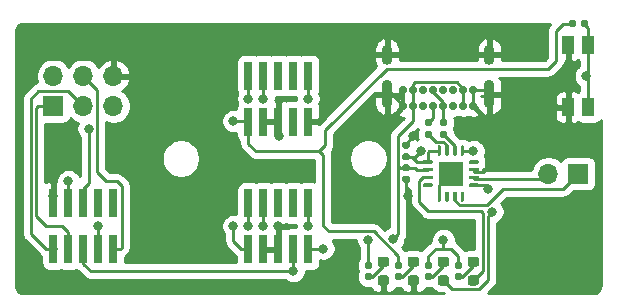
<source format=gbr>
%TF.GenerationSoftware,KiCad,Pcbnew,5.1.6-c6e7f7d~87~ubuntu18.04.1*%
%TF.CreationDate,2020-10-02T11:44:25-04:00*%
%TF.ProjectId,embedded-debug,656d6265-6464-4656-942d-64656275672e,rev?*%
%TF.SameCoordinates,Original*%
%TF.FileFunction,Copper,L1,Top*%
%TF.FilePolarity,Positive*%
%FSLAX46Y46*%
G04 Gerber Fmt 4.6, Leading zero omitted, Abs format (unit mm)*
G04 Created by KiCad (PCBNEW 5.1.6-c6e7f7d~87~ubuntu18.04.1) date 2020-10-02 11:44:25*
%MOMM*%
%LPD*%
G01*
G04 APERTURE LIST*
%TA.AperFunction,ComponentPad*%
%ADD10O,1.700000X1.700000*%
%TD*%
%TA.AperFunction,ComponentPad*%
%ADD11R,1.700000X1.700000*%
%TD*%
%TA.AperFunction,SMDPad,CuDef*%
%ADD12R,1.000000X1.550000*%
%TD*%
%TA.AperFunction,SMDPad,CuDef*%
%ADD13R,0.740000X2.400000*%
%TD*%
%TA.AperFunction,SMDPad,CuDef*%
%ADD14R,2.100000X2.100000*%
%TD*%
%TA.AperFunction,ComponentPad*%
%ADD15O,0.900000X1.700000*%
%TD*%
%TA.AperFunction,ComponentPad*%
%ADD16O,0.900000X2.400000*%
%TD*%
%TA.AperFunction,ComponentPad*%
%ADD17C,0.700000*%
%TD*%
%TA.AperFunction,ViaPad*%
%ADD18C,0.800000*%
%TD*%
%TA.AperFunction,Conductor*%
%ADD19C,0.250000*%
%TD*%
%TA.AperFunction,Conductor*%
%ADD20C,0.254000*%
%TD*%
G04 APERTURE END LIST*
D10*
%TO.P,J5,6*%
%TO.N,GND*%
X142240000Y-68580000D03*
%TO.P,J5,5*%
%TO.N,~RESET*%
X142240000Y-71120000D03*
%TO.P,J5,4*%
%TO.N,MOSI*%
X139700000Y-68580000D03*
%TO.P,J5,3*%
%TO.N,SCK*%
X139700000Y-71120000D03*
%TO.P,J5,2*%
%TO.N,VCC*%
X137160000Y-68580000D03*
D11*
%TO.P,J5,1*%
%TO.N,MISO*%
X137160000Y-71120000D03*
%TD*%
D12*
%TO.P,SW1,1*%
%TO.N,~RESET*%
X182460000Y-71205000D03*
X182460000Y-65955000D03*
%TO.P,SW1,2*%
%TO.N,GND*%
X180760000Y-65955000D03*
X180760000Y-71205000D03*
%TD*%
%TO.P,R7,2*%
%TO.N,Net-(D4-Pad2)*%
%TA.AperFunction,SMDPad,CuDef*%
G36*
G01*
X166197500Y-85280000D02*
X166542500Y-85280000D01*
G75*
G02*
X166690000Y-85427500I0J-147500D01*
G01*
X166690000Y-85722500D01*
G75*
G02*
X166542500Y-85870000I-147500J0D01*
G01*
X166197500Y-85870000D01*
G75*
G02*
X166050000Y-85722500I0J147500D01*
G01*
X166050000Y-85427500D01*
G75*
G02*
X166197500Y-85280000I147500J0D01*
G01*
G37*
%TD.AperFunction*%
%TO.P,R7,1*%
%TO.N,VCC*%
%TA.AperFunction,SMDPad,CuDef*%
G36*
G01*
X166197500Y-84310000D02*
X166542500Y-84310000D01*
G75*
G02*
X166690000Y-84457500I0J-147500D01*
G01*
X166690000Y-84752500D01*
G75*
G02*
X166542500Y-84900000I-147500J0D01*
G01*
X166197500Y-84900000D01*
G75*
G02*
X166050000Y-84752500I0J147500D01*
G01*
X166050000Y-84457500D01*
G75*
G02*
X166197500Y-84310000I147500J0D01*
G01*
G37*
%TD.AperFunction*%
%TD*%
%TO.P,R6,2*%
%TO.N,Net-(D3-Pad2)*%
%TA.AperFunction,SMDPad,CuDef*%
G36*
G01*
X163657500Y-85280000D02*
X164002500Y-85280000D01*
G75*
G02*
X164150000Y-85427500I0J-147500D01*
G01*
X164150000Y-85722500D01*
G75*
G02*
X164002500Y-85870000I-147500J0D01*
G01*
X163657500Y-85870000D01*
G75*
G02*
X163510000Y-85722500I0J147500D01*
G01*
X163510000Y-85427500D01*
G75*
G02*
X163657500Y-85280000I147500J0D01*
G01*
G37*
%TD.AperFunction*%
%TO.P,R6,1*%
%TO.N,+5V*%
%TA.AperFunction,SMDPad,CuDef*%
G36*
G01*
X163657500Y-84310000D02*
X164002500Y-84310000D01*
G75*
G02*
X164150000Y-84457500I0J-147500D01*
G01*
X164150000Y-84752500D01*
G75*
G02*
X164002500Y-84900000I-147500J0D01*
G01*
X163657500Y-84900000D01*
G75*
G02*
X163510000Y-84752500I0J147500D01*
G01*
X163510000Y-84457500D01*
G75*
G02*
X163657500Y-84310000I147500J0D01*
G01*
G37*
%TD.AperFunction*%
%TD*%
D13*
%TO.P,J6,10*%
%TO.N,Net-(J6-Pad10)*%
X142240000Y-79330000D03*
%TO.P,J6,9*%
%TO.N,MOSI*%
X142240000Y-83230000D03*
%TO.P,J6,8*%
%TO.N,Net-(J6-Pad8)*%
X140970000Y-79330000D03*
%TO.P,J6,7*%
%TO.N,UART_TX*%
X140970000Y-83230000D03*
%TO.P,J6,6*%
%TO.N,~RESET*%
X139700000Y-79330000D03*
%TO.P,J6,5*%
%TO.N,UART_RX*%
X139700000Y-83230000D03*
%TO.P,J6,4*%
%TO.N,VCC*%
X138430000Y-79330000D03*
%TO.P,J6,3*%
%TO.N,MISO*%
X138430000Y-83230000D03*
%TO.P,J6,2*%
%TO.N,GND*%
X137160000Y-79330000D03*
%TO.P,J6,1*%
%TO.N,SCK*%
X137160000Y-83230000D03*
%TD*%
%TO.P,D4,2*%
%TO.N,Net-(D4-Pad2)*%
%TA.AperFunction,SMDPad,CuDef*%
G36*
G01*
X167896250Y-84740000D02*
X167383750Y-84740000D01*
G75*
G02*
X167165000Y-84521250I0J218750D01*
G01*
X167165000Y-84083750D01*
G75*
G02*
X167383750Y-83865000I218750J0D01*
G01*
X167896250Y-83865000D01*
G75*
G02*
X168115000Y-84083750I0J-218750D01*
G01*
X168115000Y-84521250D01*
G75*
G02*
X167896250Y-84740000I-218750J0D01*
G01*
G37*
%TD.AperFunction*%
%TO.P,D4,1*%
%TO.N,GND*%
%TA.AperFunction,SMDPad,CuDef*%
G36*
G01*
X167896250Y-86315000D02*
X167383750Y-86315000D01*
G75*
G02*
X167165000Y-86096250I0J218750D01*
G01*
X167165000Y-85658750D01*
G75*
G02*
X167383750Y-85440000I218750J0D01*
G01*
X167896250Y-85440000D01*
G75*
G02*
X168115000Y-85658750I0J-218750D01*
G01*
X168115000Y-86096250D01*
G75*
G02*
X167896250Y-86315000I-218750J0D01*
G01*
G37*
%TD.AperFunction*%
%TD*%
%TO.P,D3,2*%
%TO.N,Net-(D3-Pad2)*%
%TA.AperFunction,SMDPad,CuDef*%
G36*
G01*
X165356250Y-84740000D02*
X164843750Y-84740000D01*
G75*
G02*
X164625000Y-84521250I0J218750D01*
G01*
X164625000Y-84083750D01*
G75*
G02*
X164843750Y-83865000I218750J0D01*
G01*
X165356250Y-83865000D01*
G75*
G02*
X165575000Y-84083750I0J-218750D01*
G01*
X165575000Y-84521250D01*
G75*
G02*
X165356250Y-84740000I-218750J0D01*
G01*
G37*
%TD.AperFunction*%
%TO.P,D3,1*%
%TO.N,GND*%
%TA.AperFunction,SMDPad,CuDef*%
G36*
G01*
X165356250Y-86315000D02*
X164843750Y-86315000D01*
G75*
G02*
X164625000Y-86096250I0J218750D01*
G01*
X164625000Y-85658750D01*
G75*
G02*
X164843750Y-85440000I218750J0D01*
G01*
X165356250Y-85440000D01*
G75*
G02*
X165575000Y-85658750I0J-218750D01*
G01*
X165575000Y-86096250D01*
G75*
G02*
X165356250Y-86315000I-218750J0D01*
G01*
G37*
%TD.AperFunction*%
%TD*%
D14*
%TO.P,U1,17*%
%TO.N,GND*%
X170815000Y-76835000D03*
%TO.P,U1,16*%
%TO.N,Net-(U1-Pad16)*%
%TA.AperFunction,SMDPad,CuDef*%
G36*
G01*
X171940000Y-78435000D02*
X171940000Y-79135000D01*
G75*
G02*
X171865000Y-79210000I-75000J0D01*
G01*
X171715000Y-79210000D01*
G75*
G02*
X171640000Y-79135000I0J75000D01*
G01*
X171640000Y-78435000D01*
G75*
G02*
X171715000Y-78360000I75000J0D01*
G01*
X171865000Y-78360000D01*
G75*
G02*
X171940000Y-78435000I0J-75000D01*
G01*
G37*
%TD.AperFunction*%
%TO.P,U1,15*%
%TO.N,UART_RX*%
%TA.AperFunction,SMDPad,CuDef*%
G36*
G01*
X171290000Y-78435000D02*
X171290000Y-79135000D01*
G75*
G02*
X171215000Y-79210000I-75000J0D01*
G01*
X171065000Y-79210000D01*
G75*
G02*
X170990000Y-79135000I0J75000D01*
G01*
X170990000Y-78435000D01*
G75*
G02*
X171065000Y-78360000I75000J0D01*
G01*
X171215000Y-78360000D01*
G75*
G02*
X171290000Y-78435000I0J-75000D01*
G01*
G37*
%TD.AperFunction*%
%TO.P,U1,14*%
%TO.N,Net-(U1-Pad14)*%
%TA.AperFunction,SMDPad,CuDef*%
G36*
G01*
X170640000Y-78435000D02*
X170640000Y-79135000D01*
G75*
G02*
X170565000Y-79210000I-75000J0D01*
G01*
X170415000Y-79210000D01*
G75*
G02*
X170340000Y-79135000I0J75000D01*
G01*
X170340000Y-78435000D01*
G75*
G02*
X170415000Y-78360000I75000J0D01*
G01*
X170565000Y-78360000D01*
G75*
G02*
X170640000Y-78435000I0J-75000D01*
G01*
G37*
%TD.AperFunction*%
%TO.P,U1,13*%
%TO.N,GND*%
%TA.AperFunction,SMDPad,CuDef*%
G36*
G01*
X169990000Y-78435000D02*
X169990000Y-79135000D01*
G75*
G02*
X169915000Y-79210000I-75000J0D01*
G01*
X169765000Y-79210000D01*
G75*
G02*
X169690000Y-79135000I0J75000D01*
G01*
X169690000Y-78435000D01*
G75*
G02*
X169765000Y-78360000I75000J0D01*
G01*
X169915000Y-78360000D01*
G75*
G02*
X169990000Y-78435000I0J-75000D01*
G01*
G37*
%TD.AperFunction*%
%TO.P,U1,12*%
%TO.N,Net-(U1-Pad12)*%
%TA.AperFunction,SMDPad,CuDef*%
G36*
G01*
X169290000Y-77735000D02*
X169290000Y-77885000D01*
G75*
G02*
X169215000Y-77960000I-75000J0D01*
G01*
X168515000Y-77960000D01*
G75*
G02*
X168440000Y-77885000I0J75000D01*
G01*
X168440000Y-77735000D01*
G75*
G02*
X168515000Y-77660000I75000J0D01*
G01*
X169215000Y-77660000D01*
G75*
G02*
X169290000Y-77735000I0J-75000D01*
G01*
G37*
%TD.AperFunction*%
%TO.P,U1,11*%
%TO.N,~RX_LED*%
%TA.AperFunction,SMDPad,CuDef*%
G36*
G01*
X169290000Y-77085000D02*
X169290000Y-77235000D01*
G75*
G02*
X169215000Y-77310000I-75000J0D01*
G01*
X168515000Y-77310000D01*
G75*
G02*
X168440000Y-77235000I0J75000D01*
G01*
X168440000Y-77085000D01*
G75*
G02*
X168515000Y-77010000I75000J0D01*
G01*
X169215000Y-77010000D01*
G75*
G02*
X169290000Y-77085000I0J-75000D01*
G01*
G37*
%TD.AperFunction*%
%TO.P,U1,10*%
%TO.N,+5V*%
%TA.AperFunction,SMDPad,CuDef*%
G36*
G01*
X169290000Y-76435000D02*
X169290000Y-76585000D01*
G75*
G02*
X169215000Y-76660000I-75000J0D01*
G01*
X168515000Y-76660000D01*
G75*
G02*
X168440000Y-76585000I0J75000D01*
G01*
X168440000Y-76435000D01*
G75*
G02*
X168515000Y-76360000I75000J0D01*
G01*
X169215000Y-76360000D01*
G75*
G02*
X169290000Y-76435000I0J-75000D01*
G01*
G37*
%TD.AperFunction*%
%TO.P,U1,9*%
%TO.N,+3V3*%
%TA.AperFunction,SMDPad,CuDef*%
G36*
G01*
X169290000Y-75785000D02*
X169290000Y-75935000D01*
G75*
G02*
X169215000Y-76010000I-75000J0D01*
G01*
X168515000Y-76010000D01*
G75*
G02*
X168440000Y-75935000I0J75000D01*
G01*
X168440000Y-75785000D01*
G75*
G02*
X168515000Y-75710000I75000J0D01*
G01*
X169215000Y-75710000D01*
G75*
G02*
X169290000Y-75785000I0J-75000D01*
G01*
G37*
%TD.AperFunction*%
%TO.P,U1,8*%
%TA.AperFunction,SMDPad,CuDef*%
G36*
G01*
X169990000Y-74535000D02*
X169990000Y-75235000D01*
G75*
G02*
X169915000Y-75310000I-75000J0D01*
G01*
X169765000Y-75310000D01*
G75*
G02*
X169690000Y-75235000I0J75000D01*
G01*
X169690000Y-74535000D01*
G75*
G02*
X169765000Y-74460000I75000J0D01*
G01*
X169915000Y-74460000D01*
G75*
G02*
X169990000Y-74535000I0J-75000D01*
G01*
G37*
%TD.AperFunction*%
%TO.P,U1,7*%
%TO.N,Net-(R1-Pad2)*%
%TA.AperFunction,SMDPad,CuDef*%
G36*
G01*
X170640000Y-74535000D02*
X170640000Y-75235000D01*
G75*
G02*
X170565000Y-75310000I-75000J0D01*
G01*
X170415000Y-75310000D01*
G75*
G02*
X170340000Y-75235000I0J75000D01*
G01*
X170340000Y-74535000D01*
G75*
G02*
X170415000Y-74460000I75000J0D01*
G01*
X170565000Y-74460000D01*
G75*
G02*
X170640000Y-74535000I0J-75000D01*
G01*
G37*
%TD.AperFunction*%
%TO.P,U1,6*%
%TO.N,Net-(R2-Pad2)*%
%TA.AperFunction,SMDPad,CuDef*%
G36*
G01*
X171290000Y-74535000D02*
X171290000Y-75235000D01*
G75*
G02*
X171215000Y-75310000I-75000J0D01*
G01*
X171065000Y-75310000D01*
G75*
G02*
X170990000Y-75235000I0J75000D01*
G01*
X170990000Y-74535000D01*
G75*
G02*
X171065000Y-74460000I75000J0D01*
G01*
X171215000Y-74460000D01*
G75*
G02*
X171290000Y-74535000I0J-75000D01*
G01*
G37*
%TD.AperFunction*%
%TO.P,U1,5*%
%TO.N,~TX_LED*%
%TA.AperFunction,SMDPad,CuDef*%
G36*
G01*
X171940000Y-74535000D02*
X171940000Y-75235000D01*
G75*
G02*
X171865000Y-75310000I-75000J0D01*
G01*
X171715000Y-75310000D01*
G75*
G02*
X171640000Y-75235000I0J75000D01*
G01*
X171640000Y-74535000D01*
G75*
G02*
X171715000Y-74460000I75000J0D01*
G01*
X171865000Y-74460000D01*
G75*
G02*
X171940000Y-74535000I0J-75000D01*
G01*
G37*
%TD.AperFunction*%
%TO.P,U1,4*%
%TO.N,Net-(U1-Pad4)*%
%TA.AperFunction,SMDPad,CuDef*%
G36*
G01*
X173190000Y-75785000D02*
X173190000Y-75935000D01*
G75*
G02*
X173115000Y-76010000I-75000J0D01*
G01*
X172415000Y-76010000D01*
G75*
G02*
X172340000Y-75935000I0J75000D01*
G01*
X172340000Y-75785000D01*
G75*
G02*
X172415000Y-75710000I75000J0D01*
G01*
X173115000Y-75710000D01*
G75*
G02*
X173190000Y-75785000I0J-75000D01*
G01*
G37*
%TD.AperFunction*%
%TO.P,U1,3*%
%TO.N,GND*%
%TA.AperFunction,SMDPad,CuDef*%
G36*
G01*
X173190000Y-76435000D02*
X173190000Y-76585000D01*
G75*
G02*
X173115000Y-76660000I-75000J0D01*
G01*
X172415000Y-76660000D01*
G75*
G02*
X172340000Y-76585000I0J75000D01*
G01*
X172340000Y-76435000D01*
G75*
G02*
X172415000Y-76360000I75000J0D01*
G01*
X173115000Y-76360000D01*
G75*
G02*
X173190000Y-76435000I0J-75000D01*
G01*
G37*
%TD.AperFunction*%
%TO.P,U1,2*%
%TO.N,UART_TX*%
%TA.AperFunction,SMDPad,CuDef*%
G36*
G01*
X173190000Y-77085000D02*
X173190000Y-77235000D01*
G75*
G02*
X173115000Y-77310000I-75000J0D01*
G01*
X172415000Y-77310000D01*
G75*
G02*
X172340000Y-77235000I0J75000D01*
G01*
X172340000Y-77085000D01*
G75*
G02*
X172415000Y-77010000I75000J0D01*
G01*
X173115000Y-77010000D01*
G75*
G02*
X173190000Y-77085000I0J-75000D01*
G01*
G37*
%TD.AperFunction*%
%TO.P,U1,1*%
%TO.N,+3V3*%
%TA.AperFunction,SMDPad,CuDef*%
G36*
G01*
X173190000Y-77735000D02*
X173190000Y-77885000D01*
G75*
G02*
X173115000Y-77960000I-75000J0D01*
G01*
X172415000Y-77960000D01*
G75*
G02*
X172340000Y-77885000I0J75000D01*
G01*
X172340000Y-77735000D01*
G75*
G02*
X172415000Y-77660000I75000J0D01*
G01*
X173115000Y-77660000D01*
G75*
G02*
X173190000Y-77735000I0J-75000D01*
G01*
G37*
%TD.AperFunction*%
%TD*%
%TO.P,R5,2*%
%TO.N,Net-(D2-Pad2)*%
%TA.AperFunction,SMDPad,CuDef*%
G36*
G01*
X168737500Y-85280000D02*
X169082500Y-85280000D01*
G75*
G02*
X169230000Y-85427500I0J-147500D01*
G01*
X169230000Y-85722500D01*
G75*
G02*
X169082500Y-85870000I-147500J0D01*
G01*
X168737500Y-85870000D01*
G75*
G02*
X168590000Y-85722500I0J147500D01*
G01*
X168590000Y-85427500D01*
G75*
G02*
X168737500Y-85280000I147500J0D01*
G01*
G37*
%TD.AperFunction*%
%TO.P,R5,1*%
%TO.N,+3V3*%
%TA.AperFunction,SMDPad,CuDef*%
G36*
G01*
X168737500Y-84310000D02*
X169082500Y-84310000D01*
G75*
G02*
X169230000Y-84457500I0J-147500D01*
G01*
X169230000Y-84752500D01*
G75*
G02*
X169082500Y-84900000I-147500J0D01*
G01*
X168737500Y-84900000D01*
G75*
G02*
X168590000Y-84752500I0J147500D01*
G01*
X168590000Y-84457500D01*
G75*
G02*
X168737500Y-84310000I147500J0D01*
G01*
G37*
%TD.AperFunction*%
%TD*%
%TO.P,R4,2*%
%TO.N,Net-(D1-Pad2)*%
%TA.AperFunction,SMDPad,CuDef*%
G36*
G01*
X171277500Y-85280000D02*
X171622500Y-85280000D01*
G75*
G02*
X171770000Y-85427500I0J-147500D01*
G01*
X171770000Y-85722500D01*
G75*
G02*
X171622500Y-85870000I-147500J0D01*
G01*
X171277500Y-85870000D01*
G75*
G02*
X171130000Y-85722500I0J147500D01*
G01*
X171130000Y-85427500D01*
G75*
G02*
X171277500Y-85280000I147500J0D01*
G01*
G37*
%TD.AperFunction*%
%TO.P,R4,1*%
%TO.N,+3V3*%
%TA.AperFunction,SMDPad,CuDef*%
G36*
G01*
X171277500Y-84310000D02*
X171622500Y-84310000D01*
G75*
G02*
X171770000Y-84457500I0J-147500D01*
G01*
X171770000Y-84752500D01*
G75*
G02*
X171622500Y-84900000I-147500J0D01*
G01*
X171277500Y-84900000D01*
G75*
G02*
X171130000Y-84752500I0J147500D01*
G01*
X171130000Y-84457500D01*
G75*
G02*
X171277500Y-84310000I147500J0D01*
G01*
G37*
%TD.AperFunction*%
%TD*%
%TO.P,R3,2*%
%TO.N,~RESET*%
%TA.AperFunction,SMDPad,CuDef*%
G36*
G01*
X181800000Y-64307500D02*
X181800000Y-63962500D01*
G75*
G02*
X181947500Y-63815000I147500J0D01*
G01*
X182242500Y-63815000D01*
G75*
G02*
X182390000Y-63962500I0J-147500D01*
G01*
X182390000Y-64307500D01*
G75*
G02*
X182242500Y-64455000I-147500J0D01*
G01*
X181947500Y-64455000D01*
G75*
G02*
X181800000Y-64307500I0J147500D01*
G01*
G37*
%TD.AperFunction*%
%TO.P,R3,1*%
%TO.N,VCC*%
%TA.AperFunction,SMDPad,CuDef*%
G36*
G01*
X180830000Y-64307500D02*
X180830000Y-63962500D01*
G75*
G02*
X180977500Y-63815000I147500J0D01*
G01*
X181272500Y-63815000D01*
G75*
G02*
X181420000Y-63962500I0J-147500D01*
G01*
X181420000Y-64307500D01*
G75*
G02*
X181272500Y-64455000I-147500J0D01*
G01*
X180977500Y-64455000D01*
G75*
G02*
X180830000Y-64307500I0J147500D01*
G01*
G37*
%TD.AperFunction*%
%TD*%
%TO.P,R2,2*%
%TO.N,Net-(R2-Pad2)*%
%TA.AperFunction,SMDPad,CuDef*%
G36*
G01*
X170007500Y-73215000D02*
X170352500Y-73215000D01*
G75*
G02*
X170500000Y-73362500I0J-147500D01*
G01*
X170500000Y-73657500D01*
G75*
G02*
X170352500Y-73805000I-147500J0D01*
G01*
X170007500Y-73805000D01*
G75*
G02*
X169860000Y-73657500I0J147500D01*
G01*
X169860000Y-73362500D01*
G75*
G02*
X170007500Y-73215000I147500J0D01*
G01*
G37*
%TD.AperFunction*%
%TO.P,R2,1*%
%TO.N,Net-(J4-PadA6)*%
%TA.AperFunction,SMDPad,CuDef*%
G36*
G01*
X170007500Y-72245000D02*
X170352500Y-72245000D01*
G75*
G02*
X170500000Y-72392500I0J-147500D01*
G01*
X170500000Y-72687500D01*
G75*
G02*
X170352500Y-72835000I-147500J0D01*
G01*
X170007500Y-72835000D01*
G75*
G02*
X169860000Y-72687500I0J147500D01*
G01*
X169860000Y-72392500D01*
G75*
G02*
X170007500Y-72245000I147500J0D01*
G01*
G37*
%TD.AperFunction*%
%TD*%
%TO.P,R1,2*%
%TO.N,Net-(R1-Pad2)*%
%TA.AperFunction,SMDPad,CuDef*%
G36*
G01*
X168737500Y-73215000D02*
X169082500Y-73215000D01*
G75*
G02*
X169230000Y-73362500I0J-147500D01*
G01*
X169230000Y-73657500D01*
G75*
G02*
X169082500Y-73805000I-147500J0D01*
G01*
X168737500Y-73805000D01*
G75*
G02*
X168590000Y-73657500I0J147500D01*
G01*
X168590000Y-73362500D01*
G75*
G02*
X168737500Y-73215000I147500J0D01*
G01*
G37*
%TD.AperFunction*%
%TO.P,R1,1*%
%TO.N,Net-(J4-PadA7)*%
%TA.AperFunction,SMDPad,CuDef*%
G36*
G01*
X168737500Y-72245000D02*
X169082500Y-72245000D01*
G75*
G02*
X169230000Y-72392500I0J-147500D01*
G01*
X169230000Y-72687500D01*
G75*
G02*
X169082500Y-72835000I-147500J0D01*
G01*
X168737500Y-72835000D01*
G75*
G02*
X168590000Y-72687500I0J147500D01*
G01*
X168590000Y-72392500D01*
G75*
G02*
X168737500Y-72245000I147500J0D01*
G01*
G37*
%TD.AperFunction*%
%TD*%
D15*
%TO.P,J4,S1*%
%TO.N,GND*%
X165420000Y-66760000D03*
X174070000Y-66760000D03*
D16*
X165420000Y-70140000D03*
X174070000Y-70140000D03*
D17*
%TO.P,J4,B6*%
%TO.N,Net-(J4-PadA6)*%
X169320000Y-69770000D03*
%TO.P,J4,B1*%
%TO.N,GND*%
X166770000Y-69770000D03*
%TO.P,J4,B4*%
%TO.N,+5V*%
X167620000Y-69770000D03*
%TO.P,J4,B5*%
%TO.N,Net-(J4-PadB5)*%
X168470000Y-69770000D03*
%TO.P,J4,B12*%
%TO.N,GND*%
X172720000Y-69770000D03*
%TO.P,J4,B8*%
%TO.N,Net-(J4-PadB8)*%
X171020000Y-69770000D03*
%TO.P,J4,B7*%
%TO.N,Net-(J4-PadA7)*%
X170170000Y-69770000D03*
%TO.P,J4,B9*%
%TO.N,+5V*%
X171870000Y-69770000D03*
%TO.P,J4,A12*%
%TO.N,GND*%
X166770000Y-71120000D03*
%TO.P,J4,A9*%
%TO.N,+5V*%
X167620000Y-71120000D03*
%TO.P,J4,A8*%
%TO.N,Net-(J4-PadA8)*%
X168470000Y-71120000D03*
%TO.P,J4,A7*%
%TO.N,Net-(J4-PadA7)*%
X169320000Y-71120000D03*
%TO.P,J4,A6*%
%TO.N,Net-(J4-PadA6)*%
X170170000Y-71120000D03*
%TO.P,J4,A5*%
%TO.N,Net-(J4-PadA5)*%
X171020000Y-71120000D03*
%TO.P,J4,A4*%
%TO.N,+5V*%
X171870000Y-71120000D03*
%TO.P,J4,A1*%
%TO.N,GND*%
X172720000Y-71120000D03*
%TD*%
D10*
%TO.P,J3,2*%
%TO.N,UART_TX*%
X179070000Y-76835000D03*
D11*
%TO.P,J3,1*%
%TO.N,UART_RX*%
X181610000Y-76835000D03*
%TD*%
D13*
%TO.P,J2,10*%
%TO.N,~RESET*%
X158750000Y-79330000D03*
%TO.P,J2,9*%
%TO.N,UART_TX*%
X158750000Y-83230000D03*
%TO.P,J2,8*%
%TO.N,Net-(J2-Pad8)*%
X157480000Y-79330000D03*
%TO.P,J2,7*%
%TO.N,UART_RX*%
X157480000Y-83230000D03*
%TO.P,J2,6*%
%TO.N,Net-(J2-Pad6)*%
X156210000Y-79330000D03*
%TO.P,J2,5*%
%TO.N,GND*%
X156210000Y-83230000D03*
%TO.P,J2,4*%
%TO.N,SWDCLK*%
X154940000Y-79330000D03*
%TO.P,J2,3*%
%TO.N,GND*%
X154940000Y-83230000D03*
%TO.P,J2,2*%
%TO.N,SWDIO*%
X153670000Y-79330000D03*
%TO.P,J2,1*%
%TO.N,VCC*%
X153670000Y-83230000D03*
%TD*%
%TO.P,J1,10*%
%TO.N,~RESET*%
X158750000Y-68535000D03*
%TO.P,J1,9*%
%TO.N,GND*%
X158750000Y-72435000D03*
%TO.P,J1,8*%
%TO.N,Net-(J1-Pad8)*%
X157480000Y-68535000D03*
%TO.P,J1,7*%
%TO.N,Net-(J1-Pad7)*%
X157480000Y-72435000D03*
%TO.P,J1,6*%
%TO.N,Net-(J1-Pad6)*%
X156210000Y-68535000D03*
%TO.P,J1,5*%
%TO.N,GND*%
X156210000Y-72435000D03*
%TO.P,J1,4*%
%TO.N,SWDCLK*%
X154940000Y-68535000D03*
%TO.P,J1,3*%
%TO.N,GND*%
X154940000Y-72435000D03*
%TO.P,J1,2*%
%TO.N,SWDIO*%
X153670000Y-68535000D03*
%TO.P,J1,1*%
%TO.N,VCC*%
X153670000Y-72435000D03*
%TD*%
%TO.P,D2,2*%
%TO.N,Net-(D2-Pad2)*%
%TA.AperFunction,SMDPad,CuDef*%
G36*
G01*
X170436250Y-84740000D02*
X169923750Y-84740000D01*
G75*
G02*
X169705000Y-84521250I0J218750D01*
G01*
X169705000Y-84083750D01*
G75*
G02*
X169923750Y-83865000I218750J0D01*
G01*
X170436250Y-83865000D01*
G75*
G02*
X170655000Y-84083750I0J-218750D01*
G01*
X170655000Y-84521250D01*
G75*
G02*
X170436250Y-84740000I-218750J0D01*
G01*
G37*
%TD.AperFunction*%
%TO.P,D2,1*%
%TO.N,~TX_LED*%
%TA.AperFunction,SMDPad,CuDef*%
G36*
G01*
X170436250Y-86315000D02*
X169923750Y-86315000D01*
G75*
G02*
X169705000Y-86096250I0J218750D01*
G01*
X169705000Y-85658750D01*
G75*
G02*
X169923750Y-85440000I218750J0D01*
G01*
X170436250Y-85440000D01*
G75*
G02*
X170655000Y-85658750I0J-218750D01*
G01*
X170655000Y-86096250D01*
G75*
G02*
X170436250Y-86315000I-218750J0D01*
G01*
G37*
%TD.AperFunction*%
%TD*%
%TO.P,D1,2*%
%TO.N,Net-(D1-Pad2)*%
%TA.AperFunction,SMDPad,CuDef*%
G36*
G01*
X172976250Y-84740000D02*
X172463750Y-84740000D01*
G75*
G02*
X172245000Y-84521250I0J218750D01*
G01*
X172245000Y-84083750D01*
G75*
G02*
X172463750Y-83865000I218750J0D01*
G01*
X172976250Y-83865000D01*
G75*
G02*
X173195000Y-84083750I0J-218750D01*
G01*
X173195000Y-84521250D01*
G75*
G02*
X172976250Y-84740000I-218750J0D01*
G01*
G37*
%TD.AperFunction*%
%TO.P,D1,1*%
%TO.N,~RX_LED*%
%TA.AperFunction,SMDPad,CuDef*%
G36*
G01*
X172976250Y-86315000D02*
X172463750Y-86315000D01*
G75*
G02*
X172245000Y-86096250I0J218750D01*
G01*
X172245000Y-85658750D01*
G75*
G02*
X172463750Y-85440000I218750J0D01*
G01*
X172976250Y-85440000D01*
G75*
G02*
X173195000Y-85658750I0J-218750D01*
G01*
X173195000Y-86096250D01*
G75*
G02*
X172976250Y-86315000I-218750J0D01*
G01*
G37*
%TD.AperFunction*%
%TD*%
%TO.P,C2,2*%
%TO.N,GND*%
%TA.AperFunction,SMDPad,CuDef*%
G36*
G01*
X167177500Y-74740000D02*
X166832500Y-74740000D01*
G75*
G02*
X166685000Y-74592500I0J147500D01*
G01*
X166685000Y-74297500D01*
G75*
G02*
X166832500Y-74150000I147500J0D01*
G01*
X167177500Y-74150000D01*
G75*
G02*
X167325000Y-74297500I0J-147500D01*
G01*
X167325000Y-74592500D01*
G75*
G02*
X167177500Y-74740000I-147500J0D01*
G01*
G37*
%TD.AperFunction*%
%TO.P,C2,1*%
%TO.N,+3V3*%
%TA.AperFunction,SMDPad,CuDef*%
G36*
G01*
X167177500Y-75710000D02*
X166832500Y-75710000D01*
G75*
G02*
X166685000Y-75562500I0J147500D01*
G01*
X166685000Y-75267500D01*
G75*
G02*
X166832500Y-75120000I147500J0D01*
G01*
X167177500Y-75120000D01*
G75*
G02*
X167325000Y-75267500I0J-147500D01*
G01*
X167325000Y-75562500D01*
G75*
G02*
X167177500Y-75710000I-147500J0D01*
G01*
G37*
%TD.AperFunction*%
%TD*%
%TO.P,C1,2*%
%TO.N,GND*%
%TA.AperFunction,SMDPad,CuDef*%
G36*
G01*
X166832500Y-77025000D02*
X167177500Y-77025000D01*
G75*
G02*
X167325000Y-77172500I0J-147500D01*
G01*
X167325000Y-77467500D01*
G75*
G02*
X167177500Y-77615000I-147500J0D01*
G01*
X166832500Y-77615000D01*
G75*
G02*
X166685000Y-77467500I0J147500D01*
G01*
X166685000Y-77172500D01*
G75*
G02*
X166832500Y-77025000I147500J0D01*
G01*
G37*
%TD.AperFunction*%
%TO.P,C1,1*%
%TO.N,+5V*%
%TA.AperFunction,SMDPad,CuDef*%
G36*
G01*
X166832500Y-76055000D02*
X167177500Y-76055000D01*
G75*
G02*
X167325000Y-76202500I0J-147500D01*
G01*
X167325000Y-76497500D01*
G75*
G02*
X167177500Y-76645000I-147500J0D01*
G01*
X166832500Y-76645000D01*
G75*
G02*
X166685000Y-76497500I0J147500D01*
G01*
X166685000Y-76202500D01*
G75*
G02*
X166832500Y-76055000I147500J0D01*
G01*
G37*
%TD.AperFunction*%
%TD*%
D18*
%TO.N,GND*%
X170815000Y-76835000D03*
X137160000Y-78740000D03*
X137160000Y-74295000D03*
X142240000Y-74295000D03*
X156230165Y-73690937D03*
X156210000Y-76835000D03*
X156210000Y-81280000D03*
X137160000Y-65405000D03*
X142240000Y-65405000D03*
X147320000Y-65405000D03*
X152400000Y-65405000D03*
X157480000Y-65405000D03*
X163195000Y-65405000D03*
X147320000Y-78740000D03*
X177165000Y-65405000D03*
X177165000Y-69850000D03*
X177165000Y-73660000D03*
X177165000Y-79375000D03*
X181610000Y-79375000D03*
X181610000Y-73660000D03*
X181610000Y-83820000D03*
X167640000Y-73660000D03*
X167217827Y-78757735D03*
%TO.N,+5V*%
X163830000Y-82460000D03*
X165930153Y-82354847D03*
%TO.N,+3V3*%
X173990000Y-78105000D03*
X168275000Y-74930000D03*
X170180000Y-82460000D03*
%TO.N,~TX_LED*%
X174325315Y-80064424D03*
X172720000Y-74930000D03*
%TO.N,~RESET*%
X140150001Y-73025000D03*
X158750000Y-70485000D03*
X158750000Y-81280000D03*
X182245000Y-68580000D03*
%TO.N,SWDCLK*%
X154940000Y-70485000D03*
X154940000Y-81280000D03*
%TO.N,SWDIO*%
X153670000Y-70485000D03*
X153670000Y-81280000D03*
%TO.N,VCC*%
X138430000Y-77470000D03*
X152400000Y-81280000D03*
X152400000Y-72390000D03*
%TO.N,UART_TX*%
X160020000Y-83185000D03*
X140970000Y-81280000D03*
%TO.N,UART_RX*%
X157480000Y-85090000D03*
%TO.N,SCK*%
X137160000Y-83230000D03*
%TD*%
D19*
%TO.N,GND*%
X172789990Y-76684990D02*
X173505010Y-76684990D01*
X172765000Y-76510000D02*
X172765000Y-76660000D01*
X172765000Y-76660000D02*
X172789990Y-76684990D01*
X176530000Y-73660000D02*
X177165000Y-73660000D01*
X173505010Y-76684990D02*
X176530000Y-73660000D01*
X169840000Y-77810000D02*
X170815000Y-76835000D01*
X169840000Y-78785000D02*
X169840000Y-77810000D01*
X167005000Y-74445000D02*
X167005000Y-74295000D01*
X167005000Y-74295000D02*
X167640000Y-73660000D01*
X166400000Y-70140000D02*
X166770000Y-69770000D01*
X165420000Y-70140000D02*
X166400000Y-70140000D01*
X165790000Y-70140000D02*
X166770000Y-71120000D01*
X165420000Y-70140000D02*
X165790000Y-70140000D01*
X165420000Y-70140000D02*
X166025000Y-70140000D01*
X166770000Y-69770000D02*
X166770000Y-70250000D01*
X166135000Y-70250000D02*
X166770000Y-70250000D01*
X166025000Y-70140000D02*
X166135000Y-70250000D01*
X166770000Y-70720000D02*
X166770000Y-71120000D01*
X166770000Y-70720000D02*
X166605000Y-70720000D01*
X166770000Y-70250000D02*
X166770000Y-70720000D01*
X166770000Y-70555000D02*
X166770000Y-69770000D01*
X166605000Y-70720000D02*
X166770000Y-70555000D01*
X166025000Y-70140000D02*
X166333746Y-70448746D01*
X166333746Y-70206254D02*
X166770000Y-69770000D01*
X166333746Y-70448746D02*
X166333746Y-70206254D01*
X166770000Y-71120000D02*
X166770000Y-70555000D01*
X166663746Y-70448746D02*
X166770000Y-70555000D01*
X166333746Y-70448746D02*
X166663746Y-70448746D01*
X166605000Y-70720000D02*
X166551937Y-70720000D01*
X166663746Y-70608191D02*
X166663746Y-70448746D01*
X166551937Y-70720000D02*
X166663746Y-70608191D01*
X172720000Y-69770000D02*
X172720000Y-71120000D01*
X173700000Y-69770000D02*
X174070000Y-70140000D01*
X172720000Y-69770000D02*
X173700000Y-69770000D01*
X167005000Y-77320000D02*
X167005000Y-78740000D01*
X156210000Y-73670772D02*
X156230165Y-73690937D01*
X156210000Y-72435000D02*
X156210000Y-73670772D01*
%TO.N,+5V*%
X168865000Y-76510000D02*
X167950000Y-76510000D01*
X167790000Y-76350000D02*
X167005000Y-76350000D01*
X167950000Y-76510000D02*
X167790000Y-76350000D01*
X167620000Y-69770000D02*
X167620000Y-71120000D01*
X167800027Y-69094999D02*
X171329999Y-69094999D01*
X167620000Y-69770000D02*
X167620000Y-69275026D01*
X167620000Y-69275026D02*
X167800027Y-69094999D01*
X171870000Y-69635000D02*
X171870000Y-69770000D01*
X171329999Y-69094999D02*
X171870000Y-69635000D01*
X171870000Y-69770000D02*
X171870000Y-71120000D01*
X166520000Y-76350000D02*
X167005000Y-76350000D01*
X166359990Y-76189990D02*
X166520000Y-76350000D01*
X166359990Y-73630010D02*
X166359990Y-76189990D01*
X167620000Y-71120000D02*
X167620000Y-72370000D01*
X167620000Y-72370000D02*
X166359990Y-73630010D01*
X163830000Y-84605000D02*
X163830000Y-82460000D01*
X166359990Y-81925010D02*
X166359990Y-76189990D01*
X165930153Y-82354847D02*
X166359990Y-81925010D01*
%TO.N,+3V3*%
X168865000Y-75860000D02*
X168865000Y-74975000D01*
X168955000Y-74885000D02*
X169840000Y-74885000D01*
X168865000Y-74975000D02*
X168955000Y-74885000D01*
X168865000Y-75860000D02*
X167935000Y-75860000D01*
X167490000Y-75415000D02*
X167005000Y-75415000D01*
X167935000Y-75860000D02*
X167490000Y-75415000D01*
X171450000Y-83820000D02*
X171450000Y-84605000D01*
X170815000Y-83185000D02*
X171450000Y-83820000D01*
X168910000Y-84605000D02*
X168910000Y-83820000D01*
X168910000Y-83820000D02*
X169545000Y-83185000D01*
X172765000Y-77810000D02*
X173695000Y-77810000D01*
X173695000Y-77810000D02*
X173990000Y-78105000D01*
X167790000Y-75415000D02*
X168275000Y-74930000D01*
X167005000Y-75415000D02*
X167790000Y-75415000D01*
X170180000Y-82460000D02*
X170180000Y-83185000D01*
X169545000Y-83185000D02*
X170180000Y-83185000D01*
X170180000Y-83185000D02*
X170815000Y-83185000D01*
%TO.N,Net-(D1-Pad2)*%
X172720000Y-84633506D02*
X172720000Y-84302500D01*
X171778506Y-85575000D02*
X172720000Y-84633506D01*
X171450000Y-85575000D02*
X171778506Y-85575000D01*
%TO.N,~RX_LED*%
X172720000Y-85877500D02*
X172768968Y-85877500D01*
X173520010Y-85126458D02*
X173520010Y-80175010D01*
X172768968Y-85877500D02*
X173520010Y-85126458D01*
X173520010Y-80175010D02*
X173355000Y-80010000D01*
X173355000Y-80010000D02*
X168910000Y-80010000D01*
X168440000Y-77160000D02*
X168865000Y-77160000D01*
X168114990Y-77485010D02*
X168440000Y-77160000D01*
X168114990Y-79214990D02*
X168114990Y-77485010D01*
X168910000Y-80010000D02*
X168114990Y-79214990D01*
%TO.N,Net-(D2-Pad2)*%
X170180000Y-84625000D02*
X170180000Y-84302500D01*
X169230000Y-85575000D02*
X170180000Y-84625000D01*
X168910000Y-85575000D02*
X169230000Y-85575000D01*
%TO.N,~TX_LED*%
X170942510Y-86640010D02*
X173201484Y-86640010D01*
X170180000Y-85877500D02*
X170942510Y-86640010D01*
X173201484Y-86640010D02*
X173990000Y-85851494D01*
X173990000Y-85851494D02*
X173990000Y-80399739D01*
X173990000Y-80399739D02*
X174325315Y-80064424D01*
X171790000Y-74885000D02*
X172675000Y-74885000D01*
X172675000Y-74885000D02*
X172720000Y-74930000D01*
%TO.N,~RESET*%
X139700000Y-79330000D02*
X139700000Y-78105000D01*
X139700000Y-78105000D02*
X140150001Y-77654999D01*
X140150001Y-77654999D02*
X140150001Y-73025000D01*
X158750000Y-68535000D02*
X158750000Y-70485000D01*
X158750000Y-81280000D02*
X158750000Y-79330000D01*
X182460000Y-68365000D02*
X182245000Y-68580000D01*
X182460000Y-65955000D02*
X182460000Y-68365000D01*
X182460000Y-68795000D02*
X182245000Y-68580000D01*
X182460000Y-71205000D02*
X182460000Y-68795000D01*
X182460000Y-64500000D02*
X182095000Y-64135000D01*
X182460000Y-65955000D02*
X182460000Y-64500000D01*
%TO.N,SWDCLK*%
X154940000Y-68535000D02*
X154940000Y-70485000D01*
X154940000Y-81280000D02*
X154940000Y-79330000D01*
%TO.N,SWDIO*%
X153670000Y-68535000D02*
X153670000Y-70485000D01*
X153670000Y-81280000D02*
X153670000Y-79330000D01*
%TO.N,VCC*%
X138430000Y-77470000D02*
X138430000Y-79330000D01*
X153670000Y-83230000D02*
X153080000Y-83230000D01*
X153080000Y-83230000D02*
X152400000Y-82550000D01*
X152400000Y-82550000D02*
X152400000Y-81280000D01*
X153625000Y-72390000D02*
X153670000Y-72435000D01*
X152400000Y-72390000D02*
X153625000Y-72390000D01*
X179705000Y-64770000D02*
X180340000Y-64135000D01*
X179705000Y-67310000D02*
X179705000Y-64770000D01*
X180340000Y-64135000D02*
X181125000Y-64135000D01*
X165395002Y-67945000D02*
X179070000Y-67945000D01*
X179070000Y-67945000D02*
X179705000Y-67310000D01*
X160167501Y-73172501D02*
X165395002Y-67945000D01*
X166370000Y-84605000D02*
X166370000Y-83820000D01*
X164284999Y-81734999D02*
X160474999Y-81734999D01*
X166370000Y-83820000D02*
X164284999Y-81734999D01*
X160474999Y-81734999D02*
X160020000Y-81280000D01*
X160020000Y-81280000D02*
X160020000Y-75269998D01*
X153670000Y-72435000D02*
X153670000Y-74295000D01*
X153670000Y-74295000D02*
X154305000Y-74930000D01*
X159680002Y-74930000D02*
X160020000Y-75269998D01*
X154305000Y-74930000D02*
X159680002Y-74930000D01*
X160167501Y-74442501D02*
X159680002Y-74930000D01*
X160167501Y-73172501D02*
X160167501Y-74442501D01*
%TO.N,UART_TX*%
X158750000Y-83230000D02*
X158750000Y-84046410D01*
X158750000Y-83230000D02*
X159975000Y-83230000D01*
X159975000Y-83230000D02*
X160020000Y-83185000D01*
X178570010Y-77334990D02*
X179070000Y-76835000D01*
X172789990Y-77334990D02*
X178570010Y-77334990D01*
X172765000Y-77310000D02*
X172789990Y-77334990D01*
X172765000Y-77160000D02*
X172765000Y-77310000D01*
X140970000Y-83230000D02*
X140970000Y-81280000D01*
%TO.N,UART_RX*%
X157480000Y-85090000D02*
X157480000Y-83230000D01*
X157480000Y-85090000D02*
X140674998Y-85090000D01*
X139700000Y-83230000D02*
X139700000Y-84455000D01*
X139700000Y-84455000D02*
X140335000Y-85090000D01*
X140335000Y-85090000D02*
X140674998Y-85090000D01*
X171549308Y-79535010D02*
X171140000Y-79125702D01*
X173829990Y-79535010D02*
X171549308Y-79535010D01*
X171140000Y-79125702D02*
X171140000Y-78785000D01*
X175260000Y-78105000D02*
X173829990Y-79535010D01*
X181610000Y-76835000D02*
X180340000Y-78105000D01*
X180340000Y-78105000D02*
X175260000Y-78105000D01*
%TO.N,Net-(J4-PadA6)*%
X170170000Y-70769002D02*
X170170000Y-71120000D01*
X169320000Y-69919002D02*
X170170000Y-70769002D01*
X169320000Y-69770000D02*
X169320000Y-69919002D01*
X170170000Y-72530000D02*
X170180000Y-72540000D01*
X170170000Y-71120000D02*
X170170000Y-72530000D01*
%TO.N,Net-(J4-PadA7)*%
X169320000Y-72130000D02*
X168910000Y-72540000D01*
X169320000Y-71120000D02*
X169320000Y-72130000D01*
%TO.N,Net-(R1-Pad2)*%
X170490000Y-74460000D02*
X170490000Y-74885000D01*
X170164990Y-74134990D02*
X170490000Y-74460000D01*
X169534990Y-74134990D02*
X170164990Y-74134990D01*
X168910000Y-73510000D02*
X169534990Y-74134990D01*
%TO.N,Net-(R2-Pad2)*%
X171140000Y-74470000D02*
X171140000Y-74885000D01*
X170180000Y-73510000D02*
X171140000Y-74470000D01*
%TO.N,Net-(D3-Pad2)*%
X165100000Y-84625000D02*
X165100000Y-84302500D01*
X164150000Y-85575000D02*
X165100000Y-84625000D01*
X163830000Y-85575000D02*
X164150000Y-85575000D01*
%TO.N,Net-(D4-Pad2)*%
X167640000Y-84633506D02*
X167640000Y-84302500D01*
X166698506Y-85575000D02*
X167640000Y-84633506D01*
X166370000Y-85575000D02*
X166698506Y-85575000D01*
%TO.N,MOSI*%
X140875001Y-69755001D02*
X140875001Y-76740001D01*
X139700000Y-68580000D02*
X140875001Y-69755001D01*
X140875001Y-76740001D02*
X141605000Y-77470000D01*
X142535002Y-77470000D02*
X142935001Y-77869999D01*
X141605000Y-77470000D02*
X142535002Y-77470000D01*
X142935001Y-77869999D02*
X142935001Y-83124999D01*
X142830000Y-83230000D02*
X142240000Y-83230000D01*
X142935001Y-83124999D02*
X142830000Y-83230000D01*
%TO.N,SCK*%
X136570000Y-83230000D02*
X137160000Y-83230000D01*
X135255000Y-81915000D02*
X136570000Y-83230000D01*
X135890000Y-69850000D02*
X135255000Y-70485000D01*
X139700000Y-71120000D02*
X138430000Y-69850000D01*
X135255000Y-70485000D02*
X135255000Y-81915000D01*
X138430000Y-69850000D02*
X135890000Y-69850000D01*
X137160000Y-83230000D02*
X137160000Y-83230000D01*
%TO.N,MISO*%
X137160000Y-71120000D02*
X136464999Y-71815001D01*
X138430000Y-81780000D02*
X138430000Y-83230000D01*
X135890000Y-71120000D02*
X135705010Y-71304990D01*
X137160000Y-71120000D02*
X135890000Y-71120000D01*
X135705010Y-71304990D02*
X135705010Y-80460010D01*
X135705010Y-80460010D02*
X136525000Y-81280000D01*
X137930000Y-81280000D02*
X138430000Y-81780000D01*
X136525000Y-81280000D02*
X137930000Y-81280000D01*
%TD*%
D20*
%TO.N,GND*%
G36*
X179193998Y-64206201D02*
G01*
X179165000Y-64229999D01*
X179141202Y-64258997D01*
X179141201Y-64258998D01*
X179070026Y-64345724D01*
X178999454Y-64477754D01*
X178955998Y-64621015D01*
X178941324Y-64770000D01*
X178945001Y-64807332D01*
X178945000Y-66995198D01*
X178755199Y-67185000D01*
X175155000Y-67185000D01*
X175155000Y-66887000D01*
X174197000Y-66887000D01*
X174197000Y-66907000D01*
X173943000Y-66907000D01*
X173943000Y-66887000D01*
X172985000Y-66887000D01*
X172985000Y-67185000D01*
X166505000Y-67185000D01*
X166505000Y-66887000D01*
X165547000Y-66887000D01*
X165547000Y-66907000D01*
X165293000Y-66907000D01*
X165293000Y-66887000D01*
X164335000Y-66887000D01*
X164335000Y-67287000D01*
X164380624Y-67496233D01*
X164466191Y-67692545D01*
X164509846Y-67755354D01*
X159656504Y-72608697D01*
X159649058Y-72614808D01*
X159596250Y-72562000D01*
X158877000Y-72562000D01*
X158877000Y-72582000D01*
X158623000Y-72582000D01*
X158623000Y-72562000D01*
X158603000Y-72562000D01*
X158603000Y-72308000D01*
X158623000Y-72308000D01*
X158623000Y-72288000D01*
X158877000Y-72288000D01*
X158877000Y-72308000D01*
X159596250Y-72308000D01*
X159755000Y-72149250D01*
X159758072Y-71235000D01*
X159745812Y-71110518D01*
X159709502Y-70990820D01*
X159682040Y-70939442D01*
X159745226Y-70786898D01*
X159785000Y-70586939D01*
X159785000Y-70383061D01*
X159745226Y-70183102D01*
X159682040Y-70030558D01*
X159709502Y-69979180D01*
X159745812Y-69859482D01*
X159758072Y-69735000D01*
X159758072Y-67335000D01*
X159745812Y-67210518D01*
X159709502Y-67090820D01*
X159650537Y-66980506D01*
X159571185Y-66883815D01*
X159474494Y-66804463D01*
X159364180Y-66745498D01*
X159244482Y-66709188D01*
X159120000Y-66696928D01*
X158380000Y-66696928D01*
X158255518Y-66709188D01*
X158135820Y-66745498D01*
X158115000Y-66756627D01*
X158094180Y-66745498D01*
X157974482Y-66709188D01*
X157850000Y-66696928D01*
X157110000Y-66696928D01*
X156985518Y-66709188D01*
X156865820Y-66745498D01*
X156845000Y-66756627D01*
X156824180Y-66745498D01*
X156704482Y-66709188D01*
X156580000Y-66696928D01*
X155840000Y-66696928D01*
X155715518Y-66709188D01*
X155595820Y-66745498D01*
X155575000Y-66756627D01*
X155554180Y-66745498D01*
X155434482Y-66709188D01*
X155310000Y-66696928D01*
X154570000Y-66696928D01*
X154445518Y-66709188D01*
X154325820Y-66745498D01*
X154305000Y-66756627D01*
X154284180Y-66745498D01*
X154164482Y-66709188D01*
X154040000Y-66696928D01*
X153300000Y-66696928D01*
X153175518Y-66709188D01*
X153055820Y-66745498D01*
X152945506Y-66804463D01*
X152848815Y-66883815D01*
X152769463Y-66980506D01*
X152710498Y-67090820D01*
X152674188Y-67210518D01*
X152661928Y-67335000D01*
X152661928Y-69735000D01*
X152674188Y-69859482D01*
X152710498Y-69979180D01*
X152737960Y-70030558D01*
X152674774Y-70183102D01*
X152635000Y-70383061D01*
X152635000Y-70586939D01*
X152674774Y-70786898D01*
X152737960Y-70939442D01*
X152710498Y-70990820D01*
X152674188Y-71110518D01*
X152661928Y-71235000D01*
X152661928Y-71386824D01*
X152501939Y-71355000D01*
X152298061Y-71355000D01*
X152098102Y-71394774D01*
X151909744Y-71472795D01*
X151740226Y-71586063D01*
X151596063Y-71730226D01*
X151482795Y-71899744D01*
X151404774Y-72088102D01*
X151365000Y-72288061D01*
X151365000Y-72491939D01*
X151404774Y-72691898D01*
X151482795Y-72880256D01*
X151596063Y-73049774D01*
X151740226Y-73193937D01*
X151909744Y-73307205D01*
X152098102Y-73385226D01*
X152298061Y-73425000D01*
X152501939Y-73425000D01*
X152661928Y-73393176D01*
X152661928Y-73635000D01*
X152674188Y-73759482D01*
X152710498Y-73879180D01*
X152769463Y-73989494D01*
X152848815Y-74086185D01*
X152910001Y-74136399D01*
X152910001Y-74257668D01*
X152906324Y-74295000D01*
X152910001Y-74332333D01*
X152920998Y-74443986D01*
X152928889Y-74469999D01*
X152964454Y-74587246D01*
X153035026Y-74719276D01*
X153093509Y-74790537D01*
X153130000Y-74835001D01*
X153158998Y-74858799D01*
X153741200Y-75441002D01*
X153764999Y-75470001D01*
X153793997Y-75493799D01*
X153880724Y-75564974D01*
X154012753Y-75635546D01*
X154156014Y-75679003D01*
X154305000Y-75693677D01*
X154342333Y-75690000D01*
X159260001Y-75690000D01*
X159260001Y-77508896D01*
X159244482Y-77504188D01*
X159120000Y-77491928D01*
X158380000Y-77491928D01*
X158255518Y-77504188D01*
X158135820Y-77540498D01*
X158115000Y-77551627D01*
X158094180Y-77540498D01*
X157974482Y-77504188D01*
X157850000Y-77491928D01*
X157110000Y-77491928D01*
X156985518Y-77504188D01*
X156865820Y-77540498D01*
X156845000Y-77551627D01*
X156824180Y-77540498D01*
X156704482Y-77504188D01*
X156580000Y-77491928D01*
X155840000Y-77491928D01*
X155715518Y-77504188D01*
X155595820Y-77540498D01*
X155575000Y-77551627D01*
X155554180Y-77540498D01*
X155434482Y-77504188D01*
X155310000Y-77491928D01*
X154570000Y-77491928D01*
X154445518Y-77504188D01*
X154325820Y-77540498D01*
X154305000Y-77551627D01*
X154284180Y-77540498D01*
X154164482Y-77504188D01*
X154040000Y-77491928D01*
X153300000Y-77491928D01*
X153175518Y-77504188D01*
X153055820Y-77540498D01*
X152945506Y-77599463D01*
X152848815Y-77678815D01*
X152769463Y-77775506D01*
X152710498Y-77885820D01*
X152674188Y-78005518D01*
X152661928Y-78130000D01*
X152661928Y-80276824D01*
X152501939Y-80245000D01*
X152298061Y-80245000D01*
X152098102Y-80284774D01*
X151909744Y-80362795D01*
X151740226Y-80476063D01*
X151596063Y-80620226D01*
X151482795Y-80789744D01*
X151404774Y-80978102D01*
X151365000Y-81178061D01*
X151365000Y-81381939D01*
X151404774Y-81581898D01*
X151482795Y-81770256D01*
X151596063Y-81939774D01*
X151640000Y-81983711D01*
X151640000Y-82512677D01*
X151636324Y-82550000D01*
X151640000Y-82587322D01*
X151640000Y-82587332D01*
X151650997Y-82698985D01*
X151683376Y-82805725D01*
X151694454Y-82842246D01*
X151765026Y-82974276D01*
X151766452Y-82976013D01*
X151859999Y-83090001D01*
X151889002Y-83113803D01*
X152516201Y-83741002D01*
X152539999Y-83770001D01*
X152655724Y-83864974D01*
X152661928Y-83868290D01*
X152661928Y-84330000D01*
X143248072Y-84330000D01*
X143248072Y-83868290D01*
X143254276Y-83864974D01*
X143370001Y-83770001D01*
X143393804Y-83740997D01*
X143445998Y-83688803D01*
X143475002Y-83665000D01*
X143569975Y-83549275D01*
X143640547Y-83417246D01*
X143684004Y-83273985D01*
X143695001Y-83162332D01*
X143695001Y-83162321D01*
X143698677Y-83124999D01*
X143695001Y-83087676D01*
X143695001Y-77907321D01*
X143698677Y-77869998D01*
X143695001Y-77832676D01*
X143695001Y-77832666D01*
X143684004Y-77721013D01*
X143640547Y-77577752D01*
X143569975Y-77445723D01*
X143475002Y-77329998D01*
X143445999Y-77306196D01*
X143098806Y-76959003D01*
X143075003Y-76929999D01*
X142959278Y-76835026D01*
X142827249Y-76764454D01*
X142683988Y-76720997D01*
X142572335Y-76710000D01*
X142572324Y-76710000D01*
X142535002Y-76706324D01*
X142497680Y-76710000D01*
X141919802Y-76710000D01*
X141635001Y-76425199D01*
X141635001Y-75403967D01*
X146320000Y-75403967D01*
X146320000Y-75726033D01*
X146382832Y-76041912D01*
X146506082Y-76339463D01*
X146685013Y-76607252D01*
X146912748Y-76834987D01*
X147180537Y-77013918D01*
X147478088Y-77137168D01*
X147793967Y-77200000D01*
X148116033Y-77200000D01*
X148431912Y-77137168D01*
X148729463Y-77013918D01*
X148997252Y-76834987D01*
X149224987Y-76607252D01*
X149403918Y-76339463D01*
X149527168Y-76041912D01*
X149590000Y-75726033D01*
X149590000Y-75403967D01*
X149527168Y-75088088D01*
X149403918Y-74790537D01*
X149224987Y-74522748D01*
X148997252Y-74295013D01*
X148729463Y-74116082D01*
X148431912Y-73992832D01*
X148116033Y-73930000D01*
X147793967Y-73930000D01*
X147478088Y-73992832D01*
X147180537Y-74116082D01*
X146912748Y-74295013D01*
X146685013Y-74522748D01*
X146506082Y-74790537D01*
X146382832Y-75088088D01*
X146320000Y-75403967D01*
X141635001Y-75403967D01*
X141635001Y-72476753D01*
X141806842Y-72547932D01*
X142093740Y-72605000D01*
X142386260Y-72605000D01*
X142673158Y-72547932D01*
X142943411Y-72435990D01*
X143186632Y-72273475D01*
X143393475Y-72066632D01*
X143555990Y-71823411D01*
X143667932Y-71553158D01*
X143725000Y-71266260D01*
X143725000Y-70973740D01*
X143667932Y-70686842D01*
X143555990Y-70416589D01*
X143393475Y-70173368D01*
X143186632Y-69966525D01*
X143010594Y-69848900D01*
X143240269Y-69677588D01*
X143435178Y-69461355D01*
X143584157Y-69211252D01*
X143681481Y-68936891D01*
X143560814Y-68707000D01*
X142367000Y-68707000D01*
X142367000Y-68727000D01*
X142113000Y-68727000D01*
X142113000Y-68707000D01*
X142093000Y-68707000D01*
X142093000Y-68453000D01*
X142113000Y-68453000D01*
X142113000Y-67259845D01*
X142367000Y-67259845D01*
X142367000Y-68453000D01*
X143560814Y-68453000D01*
X143681481Y-68223109D01*
X143584157Y-67948748D01*
X143435178Y-67698645D01*
X143240269Y-67482412D01*
X143006920Y-67308359D01*
X142744099Y-67183175D01*
X142596890Y-67138524D01*
X142367000Y-67259845D01*
X142113000Y-67259845D01*
X141883110Y-67138524D01*
X141735901Y-67183175D01*
X141473080Y-67308359D01*
X141239731Y-67482412D01*
X141044822Y-67698645D01*
X140975195Y-67815534D01*
X140853475Y-67633368D01*
X140646632Y-67426525D01*
X140403411Y-67264010D01*
X140133158Y-67152068D01*
X139846260Y-67095000D01*
X139553740Y-67095000D01*
X139266842Y-67152068D01*
X138996589Y-67264010D01*
X138753368Y-67426525D01*
X138546525Y-67633368D01*
X138430000Y-67807760D01*
X138313475Y-67633368D01*
X138106632Y-67426525D01*
X137863411Y-67264010D01*
X137593158Y-67152068D01*
X137306260Y-67095000D01*
X137013740Y-67095000D01*
X136726842Y-67152068D01*
X136456589Y-67264010D01*
X136213368Y-67426525D01*
X136006525Y-67633368D01*
X135844010Y-67876589D01*
X135732068Y-68146842D01*
X135675000Y-68433740D01*
X135675000Y-68726260D01*
X135732068Y-69013158D01*
X135767376Y-69098400D01*
X135741014Y-69100997D01*
X135597753Y-69144454D01*
X135465724Y-69215026D01*
X135349999Y-69309999D01*
X135326200Y-69338998D01*
X134744002Y-69921197D01*
X134714999Y-69944999D01*
X134665491Y-70005325D01*
X134620026Y-70060724D01*
X134561420Y-70170368D01*
X134549454Y-70192754D01*
X134505997Y-70336015D01*
X134495000Y-70447668D01*
X134495000Y-70447678D01*
X134491324Y-70485000D01*
X134495000Y-70522322D01*
X134495001Y-81877668D01*
X134491324Y-81915000D01*
X134495001Y-81952333D01*
X134505998Y-82063986D01*
X134509035Y-82073997D01*
X134549454Y-82207246D01*
X134620026Y-82339276D01*
X134687361Y-82421323D01*
X134715000Y-82455001D01*
X134743998Y-82478799D01*
X136006201Y-83741003D01*
X136029999Y-83770001D01*
X136145724Y-83864974D01*
X136151928Y-83868290D01*
X136151928Y-84430000D01*
X136164188Y-84554482D01*
X136200498Y-84674180D01*
X136259463Y-84784494D01*
X136338815Y-84881185D01*
X136435506Y-84960537D01*
X136545820Y-85019502D01*
X136665518Y-85055812D01*
X136790000Y-85068072D01*
X137530000Y-85068072D01*
X137654482Y-85055812D01*
X137774180Y-85019502D01*
X137795000Y-85008373D01*
X137815820Y-85019502D01*
X137935518Y-85055812D01*
X138060000Y-85068072D01*
X138800000Y-85068072D01*
X138924482Y-85055812D01*
X139044180Y-85019502D01*
X139065000Y-85008373D01*
X139085820Y-85019502D01*
X139205518Y-85055812D01*
X139228250Y-85058051D01*
X139771200Y-85601002D01*
X139794999Y-85630001D01*
X139823997Y-85653799D01*
X139910724Y-85724974D01*
X140042753Y-85795546D01*
X140186014Y-85839003D01*
X140335000Y-85853677D01*
X140372333Y-85850000D01*
X156776289Y-85850000D01*
X156820226Y-85893937D01*
X156989744Y-86007205D01*
X157178102Y-86085226D01*
X157378061Y-86125000D01*
X157581939Y-86125000D01*
X157781898Y-86085226D01*
X157970256Y-86007205D01*
X158139774Y-85893937D01*
X158283937Y-85749774D01*
X158397205Y-85580256D01*
X158475226Y-85391898D01*
X158515000Y-85191939D01*
X158515000Y-85068072D01*
X159120000Y-85068072D01*
X159244482Y-85055812D01*
X159364180Y-85019502D01*
X159474494Y-84960537D01*
X159571185Y-84881185D01*
X159650537Y-84784494D01*
X159709502Y-84674180D01*
X159745812Y-84554482D01*
X159758072Y-84430000D01*
X159758072Y-84188176D01*
X159918061Y-84220000D01*
X160121939Y-84220000D01*
X160321898Y-84180226D01*
X160510256Y-84102205D01*
X160679774Y-83988937D01*
X160823937Y-83844774D01*
X160937205Y-83675256D01*
X161015226Y-83486898D01*
X161055000Y-83286939D01*
X161055000Y-83083061D01*
X161015226Y-82883102D01*
X160937205Y-82694744D01*
X160823937Y-82525226D01*
X160793710Y-82494999D01*
X162795000Y-82494999D01*
X162795000Y-82561939D01*
X162834774Y-82761898D01*
X162912795Y-82950256D01*
X163026063Y-83119774D01*
X163070001Y-83163712D01*
X163070000Y-83941029D01*
X163004321Y-84021060D01*
X162931726Y-84156875D01*
X162887023Y-84304243D01*
X162871928Y-84457500D01*
X162871928Y-84752500D01*
X162887023Y-84905757D01*
X162931726Y-85053125D01*
X162951436Y-85090000D01*
X162931726Y-85126875D01*
X162887023Y-85274243D01*
X162871928Y-85427500D01*
X162871928Y-85722500D01*
X162887023Y-85875757D01*
X162931726Y-86023125D01*
X163004321Y-86158940D01*
X163102017Y-86277983D01*
X163221060Y-86375679D01*
X163356875Y-86448274D01*
X163504243Y-86492977D01*
X163657500Y-86508072D01*
X164002500Y-86508072D01*
X164019487Y-86506399D01*
X164035498Y-86559180D01*
X164094463Y-86669494D01*
X164173815Y-86766185D01*
X164270506Y-86845537D01*
X164380820Y-86904502D01*
X164500518Y-86940812D01*
X164625000Y-86953072D01*
X164814250Y-86950000D01*
X164973000Y-86791250D01*
X164973000Y-86004500D01*
X164953000Y-86004500D01*
X164953000Y-85846801D01*
X165069302Y-85730500D01*
X165227000Y-85730500D01*
X165227000Y-85750500D01*
X165247000Y-85750500D01*
X165247000Y-86004500D01*
X165227000Y-86004500D01*
X165227000Y-86791250D01*
X165385750Y-86950000D01*
X165575000Y-86953072D01*
X165699482Y-86940812D01*
X165819180Y-86904502D01*
X165929494Y-86845537D01*
X166026185Y-86766185D01*
X166105537Y-86669494D01*
X166164502Y-86559180D01*
X166180513Y-86506399D01*
X166197500Y-86508072D01*
X166542500Y-86508072D01*
X166559487Y-86506399D01*
X166575498Y-86559180D01*
X166634463Y-86669494D01*
X166713815Y-86766185D01*
X166810506Y-86845537D01*
X166920820Y-86904502D01*
X167040518Y-86940812D01*
X167165000Y-86953072D01*
X167354250Y-86950000D01*
X167513000Y-86791250D01*
X167513000Y-86004500D01*
X167493000Y-86004500D01*
X167493000Y-85855307D01*
X167617808Y-85730500D01*
X167767000Y-85730500D01*
X167767000Y-85750500D01*
X167787000Y-85750500D01*
X167787000Y-86004500D01*
X167767000Y-86004500D01*
X167767000Y-86791250D01*
X167925750Y-86950000D01*
X168115000Y-86953072D01*
X168239482Y-86940812D01*
X168359180Y-86904502D01*
X168469494Y-86845537D01*
X168566185Y-86766185D01*
X168645537Y-86669494D01*
X168704502Y-86559180D01*
X168720513Y-86506399D01*
X168737500Y-86508072D01*
X169082500Y-86508072D01*
X169172285Y-86499229D01*
X169211329Y-86572275D01*
X169317885Y-86702115D01*
X169447725Y-86808671D01*
X169595858Y-86887850D01*
X169756592Y-86936608D01*
X169923750Y-86953072D01*
X170180770Y-86953072D01*
X170197698Y-86970000D01*
X134652279Y-86970000D01*
X134502131Y-86955278D01*
X134388754Y-86921047D01*
X134284183Y-86865446D01*
X134192405Y-86790594D01*
X134116909Y-86699335D01*
X134060581Y-86595160D01*
X134025560Y-86482024D01*
X134010000Y-86333979D01*
X134010000Y-66233000D01*
X164335000Y-66233000D01*
X164335000Y-66633000D01*
X165293000Y-66633000D01*
X165293000Y-65442498D01*
X165547000Y-65442498D01*
X165547000Y-66633000D01*
X166505000Y-66633000D01*
X166505000Y-66233000D01*
X172985000Y-66233000D01*
X172985000Y-66633000D01*
X173943000Y-66633000D01*
X173943000Y-65442498D01*
X174197000Y-65442498D01*
X174197000Y-66633000D01*
X175155000Y-66633000D01*
X175155000Y-66233000D01*
X175109376Y-66023767D01*
X175023809Y-65827455D01*
X174901587Y-65651609D01*
X174747408Y-65502986D01*
X174567197Y-65387298D01*
X174364001Y-65315592D01*
X174197000Y-65442498D01*
X173943000Y-65442498D01*
X173775999Y-65315592D01*
X173572803Y-65387298D01*
X173392592Y-65502986D01*
X173238413Y-65651609D01*
X173116191Y-65827455D01*
X173030624Y-66023767D01*
X172985000Y-66233000D01*
X166505000Y-66233000D01*
X166459376Y-66023767D01*
X166373809Y-65827455D01*
X166251587Y-65651609D01*
X166097408Y-65502986D01*
X165917197Y-65387298D01*
X165714001Y-65315592D01*
X165547000Y-65442498D01*
X165293000Y-65442498D01*
X165125999Y-65315592D01*
X164922803Y-65387298D01*
X164742592Y-65502986D01*
X164588413Y-65651609D01*
X164466191Y-65827455D01*
X164380624Y-66023767D01*
X164335000Y-66233000D01*
X134010000Y-66233000D01*
X134010000Y-64802279D01*
X134024722Y-64652131D01*
X134058953Y-64538754D01*
X134114555Y-64434181D01*
X134189407Y-64342404D01*
X134280664Y-64266909D01*
X134384844Y-64210581D01*
X134497976Y-64175560D01*
X134646022Y-64160000D01*
X179240199Y-64160000D01*
X179193998Y-64206201D01*
G37*
X179193998Y-64206201D02*
X179165000Y-64229999D01*
X179141202Y-64258997D01*
X179141201Y-64258998D01*
X179070026Y-64345724D01*
X178999454Y-64477754D01*
X178955998Y-64621015D01*
X178941324Y-64770000D01*
X178945001Y-64807332D01*
X178945000Y-66995198D01*
X178755199Y-67185000D01*
X175155000Y-67185000D01*
X175155000Y-66887000D01*
X174197000Y-66887000D01*
X174197000Y-66907000D01*
X173943000Y-66907000D01*
X173943000Y-66887000D01*
X172985000Y-66887000D01*
X172985000Y-67185000D01*
X166505000Y-67185000D01*
X166505000Y-66887000D01*
X165547000Y-66887000D01*
X165547000Y-66907000D01*
X165293000Y-66907000D01*
X165293000Y-66887000D01*
X164335000Y-66887000D01*
X164335000Y-67287000D01*
X164380624Y-67496233D01*
X164466191Y-67692545D01*
X164509846Y-67755354D01*
X159656504Y-72608697D01*
X159649058Y-72614808D01*
X159596250Y-72562000D01*
X158877000Y-72562000D01*
X158877000Y-72582000D01*
X158623000Y-72582000D01*
X158623000Y-72562000D01*
X158603000Y-72562000D01*
X158603000Y-72308000D01*
X158623000Y-72308000D01*
X158623000Y-72288000D01*
X158877000Y-72288000D01*
X158877000Y-72308000D01*
X159596250Y-72308000D01*
X159755000Y-72149250D01*
X159758072Y-71235000D01*
X159745812Y-71110518D01*
X159709502Y-70990820D01*
X159682040Y-70939442D01*
X159745226Y-70786898D01*
X159785000Y-70586939D01*
X159785000Y-70383061D01*
X159745226Y-70183102D01*
X159682040Y-70030558D01*
X159709502Y-69979180D01*
X159745812Y-69859482D01*
X159758072Y-69735000D01*
X159758072Y-67335000D01*
X159745812Y-67210518D01*
X159709502Y-67090820D01*
X159650537Y-66980506D01*
X159571185Y-66883815D01*
X159474494Y-66804463D01*
X159364180Y-66745498D01*
X159244482Y-66709188D01*
X159120000Y-66696928D01*
X158380000Y-66696928D01*
X158255518Y-66709188D01*
X158135820Y-66745498D01*
X158115000Y-66756627D01*
X158094180Y-66745498D01*
X157974482Y-66709188D01*
X157850000Y-66696928D01*
X157110000Y-66696928D01*
X156985518Y-66709188D01*
X156865820Y-66745498D01*
X156845000Y-66756627D01*
X156824180Y-66745498D01*
X156704482Y-66709188D01*
X156580000Y-66696928D01*
X155840000Y-66696928D01*
X155715518Y-66709188D01*
X155595820Y-66745498D01*
X155575000Y-66756627D01*
X155554180Y-66745498D01*
X155434482Y-66709188D01*
X155310000Y-66696928D01*
X154570000Y-66696928D01*
X154445518Y-66709188D01*
X154325820Y-66745498D01*
X154305000Y-66756627D01*
X154284180Y-66745498D01*
X154164482Y-66709188D01*
X154040000Y-66696928D01*
X153300000Y-66696928D01*
X153175518Y-66709188D01*
X153055820Y-66745498D01*
X152945506Y-66804463D01*
X152848815Y-66883815D01*
X152769463Y-66980506D01*
X152710498Y-67090820D01*
X152674188Y-67210518D01*
X152661928Y-67335000D01*
X152661928Y-69735000D01*
X152674188Y-69859482D01*
X152710498Y-69979180D01*
X152737960Y-70030558D01*
X152674774Y-70183102D01*
X152635000Y-70383061D01*
X152635000Y-70586939D01*
X152674774Y-70786898D01*
X152737960Y-70939442D01*
X152710498Y-70990820D01*
X152674188Y-71110518D01*
X152661928Y-71235000D01*
X152661928Y-71386824D01*
X152501939Y-71355000D01*
X152298061Y-71355000D01*
X152098102Y-71394774D01*
X151909744Y-71472795D01*
X151740226Y-71586063D01*
X151596063Y-71730226D01*
X151482795Y-71899744D01*
X151404774Y-72088102D01*
X151365000Y-72288061D01*
X151365000Y-72491939D01*
X151404774Y-72691898D01*
X151482795Y-72880256D01*
X151596063Y-73049774D01*
X151740226Y-73193937D01*
X151909744Y-73307205D01*
X152098102Y-73385226D01*
X152298061Y-73425000D01*
X152501939Y-73425000D01*
X152661928Y-73393176D01*
X152661928Y-73635000D01*
X152674188Y-73759482D01*
X152710498Y-73879180D01*
X152769463Y-73989494D01*
X152848815Y-74086185D01*
X152910001Y-74136399D01*
X152910001Y-74257668D01*
X152906324Y-74295000D01*
X152910001Y-74332333D01*
X152920998Y-74443986D01*
X152928889Y-74469999D01*
X152964454Y-74587246D01*
X153035026Y-74719276D01*
X153093509Y-74790537D01*
X153130000Y-74835001D01*
X153158998Y-74858799D01*
X153741200Y-75441002D01*
X153764999Y-75470001D01*
X153793997Y-75493799D01*
X153880724Y-75564974D01*
X154012753Y-75635546D01*
X154156014Y-75679003D01*
X154305000Y-75693677D01*
X154342333Y-75690000D01*
X159260001Y-75690000D01*
X159260001Y-77508896D01*
X159244482Y-77504188D01*
X159120000Y-77491928D01*
X158380000Y-77491928D01*
X158255518Y-77504188D01*
X158135820Y-77540498D01*
X158115000Y-77551627D01*
X158094180Y-77540498D01*
X157974482Y-77504188D01*
X157850000Y-77491928D01*
X157110000Y-77491928D01*
X156985518Y-77504188D01*
X156865820Y-77540498D01*
X156845000Y-77551627D01*
X156824180Y-77540498D01*
X156704482Y-77504188D01*
X156580000Y-77491928D01*
X155840000Y-77491928D01*
X155715518Y-77504188D01*
X155595820Y-77540498D01*
X155575000Y-77551627D01*
X155554180Y-77540498D01*
X155434482Y-77504188D01*
X155310000Y-77491928D01*
X154570000Y-77491928D01*
X154445518Y-77504188D01*
X154325820Y-77540498D01*
X154305000Y-77551627D01*
X154284180Y-77540498D01*
X154164482Y-77504188D01*
X154040000Y-77491928D01*
X153300000Y-77491928D01*
X153175518Y-77504188D01*
X153055820Y-77540498D01*
X152945506Y-77599463D01*
X152848815Y-77678815D01*
X152769463Y-77775506D01*
X152710498Y-77885820D01*
X152674188Y-78005518D01*
X152661928Y-78130000D01*
X152661928Y-80276824D01*
X152501939Y-80245000D01*
X152298061Y-80245000D01*
X152098102Y-80284774D01*
X151909744Y-80362795D01*
X151740226Y-80476063D01*
X151596063Y-80620226D01*
X151482795Y-80789744D01*
X151404774Y-80978102D01*
X151365000Y-81178061D01*
X151365000Y-81381939D01*
X151404774Y-81581898D01*
X151482795Y-81770256D01*
X151596063Y-81939774D01*
X151640000Y-81983711D01*
X151640000Y-82512677D01*
X151636324Y-82550000D01*
X151640000Y-82587322D01*
X151640000Y-82587332D01*
X151650997Y-82698985D01*
X151683376Y-82805725D01*
X151694454Y-82842246D01*
X151765026Y-82974276D01*
X151766452Y-82976013D01*
X151859999Y-83090001D01*
X151889002Y-83113803D01*
X152516201Y-83741002D01*
X152539999Y-83770001D01*
X152655724Y-83864974D01*
X152661928Y-83868290D01*
X152661928Y-84330000D01*
X143248072Y-84330000D01*
X143248072Y-83868290D01*
X143254276Y-83864974D01*
X143370001Y-83770001D01*
X143393804Y-83740997D01*
X143445998Y-83688803D01*
X143475002Y-83665000D01*
X143569975Y-83549275D01*
X143640547Y-83417246D01*
X143684004Y-83273985D01*
X143695001Y-83162332D01*
X143695001Y-83162321D01*
X143698677Y-83124999D01*
X143695001Y-83087676D01*
X143695001Y-77907321D01*
X143698677Y-77869998D01*
X143695001Y-77832676D01*
X143695001Y-77832666D01*
X143684004Y-77721013D01*
X143640547Y-77577752D01*
X143569975Y-77445723D01*
X143475002Y-77329998D01*
X143445999Y-77306196D01*
X143098806Y-76959003D01*
X143075003Y-76929999D01*
X142959278Y-76835026D01*
X142827249Y-76764454D01*
X142683988Y-76720997D01*
X142572335Y-76710000D01*
X142572324Y-76710000D01*
X142535002Y-76706324D01*
X142497680Y-76710000D01*
X141919802Y-76710000D01*
X141635001Y-76425199D01*
X141635001Y-75403967D01*
X146320000Y-75403967D01*
X146320000Y-75726033D01*
X146382832Y-76041912D01*
X146506082Y-76339463D01*
X146685013Y-76607252D01*
X146912748Y-76834987D01*
X147180537Y-77013918D01*
X147478088Y-77137168D01*
X147793967Y-77200000D01*
X148116033Y-77200000D01*
X148431912Y-77137168D01*
X148729463Y-77013918D01*
X148997252Y-76834987D01*
X149224987Y-76607252D01*
X149403918Y-76339463D01*
X149527168Y-76041912D01*
X149590000Y-75726033D01*
X149590000Y-75403967D01*
X149527168Y-75088088D01*
X149403918Y-74790537D01*
X149224987Y-74522748D01*
X148997252Y-74295013D01*
X148729463Y-74116082D01*
X148431912Y-73992832D01*
X148116033Y-73930000D01*
X147793967Y-73930000D01*
X147478088Y-73992832D01*
X147180537Y-74116082D01*
X146912748Y-74295013D01*
X146685013Y-74522748D01*
X146506082Y-74790537D01*
X146382832Y-75088088D01*
X146320000Y-75403967D01*
X141635001Y-75403967D01*
X141635001Y-72476753D01*
X141806842Y-72547932D01*
X142093740Y-72605000D01*
X142386260Y-72605000D01*
X142673158Y-72547932D01*
X142943411Y-72435990D01*
X143186632Y-72273475D01*
X143393475Y-72066632D01*
X143555990Y-71823411D01*
X143667932Y-71553158D01*
X143725000Y-71266260D01*
X143725000Y-70973740D01*
X143667932Y-70686842D01*
X143555990Y-70416589D01*
X143393475Y-70173368D01*
X143186632Y-69966525D01*
X143010594Y-69848900D01*
X143240269Y-69677588D01*
X143435178Y-69461355D01*
X143584157Y-69211252D01*
X143681481Y-68936891D01*
X143560814Y-68707000D01*
X142367000Y-68707000D01*
X142367000Y-68727000D01*
X142113000Y-68727000D01*
X142113000Y-68707000D01*
X142093000Y-68707000D01*
X142093000Y-68453000D01*
X142113000Y-68453000D01*
X142113000Y-67259845D01*
X142367000Y-67259845D01*
X142367000Y-68453000D01*
X143560814Y-68453000D01*
X143681481Y-68223109D01*
X143584157Y-67948748D01*
X143435178Y-67698645D01*
X143240269Y-67482412D01*
X143006920Y-67308359D01*
X142744099Y-67183175D01*
X142596890Y-67138524D01*
X142367000Y-67259845D01*
X142113000Y-67259845D01*
X141883110Y-67138524D01*
X141735901Y-67183175D01*
X141473080Y-67308359D01*
X141239731Y-67482412D01*
X141044822Y-67698645D01*
X140975195Y-67815534D01*
X140853475Y-67633368D01*
X140646632Y-67426525D01*
X140403411Y-67264010D01*
X140133158Y-67152068D01*
X139846260Y-67095000D01*
X139553740Y-67095000D01*
X139266842Y-67152068D01*
X138996589Y-67264010D01*
X138753368Y-67426525D01*
X138546525Y-67633368D01*
X138430000Y-67807760D01*
X138313475Y-67633368D01*
X138106632Y-67426525D01*
X137863411Y-67264010D01*
X137593158Y-67152068D01*
X137306260Y-67095000D01*
X137013740Y-67095000D01*
X136726842Y-67152068D01*
X136456589Y-67264010D01*
X136213368Y-67426525D01*
X136006525Y-67633368D01*
X135844010Y-67876589D01*
X135732068Y-68146842D01*
X135675000Y-68433740D01*
X135675000Y-68726260D01*
X135732068Y-69013158D01*
X135767376Y-69098400D01*
X135741014Y-69100997D01*
X135597753Y-69144454D01*
X135465724Y-69215026D01*
X135349999Y-69309999D01*
X135326200Y-69338998D01*
X134744002Y-69921197D01*
X134714999Y-69944999D01*
X134665491Y-70005325D01*
X134620026Y-70060724D01*
X134561420Y-70170368D01*
X134549454Y-70192754D01*
X134505997Y-70336015D01*
X134495000Y-70447668D01*
X134495000Y-70447678D01*
X134491324Y-70485000D01*
X134495000Y-70522322D01*
X134495001Y-81877668D01*
X134491324Y-81915000D01*
X134495001Y-81952333D01*
X134505998Y-82063986D01*
X134509035Y-82073997D01*
X134549454Y-82207246D01*
X134620026Y-82339276D01*
X134687361Y-82421323D01*
X134715000Y-82455001D01*
X134743998Y-82478799D01*
X136006201Y-83741003D01*
X136029999Y-83770001D01*
X136145724Y-83864974D01*
X136151928Y-83868290D01*
X136151928Y-84430000D01*
X136164188Y-84554482D01*
X136200498Y-84674180D01*
X136259463Y-84784494D01*
X136338815Y-84881185D01*
X136435506Y-84960537D01*
X136545820Y-85019502D01*
X136665518Y-85055812D01*
X136790000Y-85068072D01*
X137530000Y-85068072D01*
X137654482Y-85055812D01*
X137774180Y-85019502D01*
X137795000Y-85008373D01*
X137815820Y-85019502D01*
X137935518Y-85055812D01*
X138060000Y-85068072D01*
X138800000Y-85068072D01*
X138924482Y-85055812D01*
X139044180Y-85019502D01*
X139065000Y-85008373D01*
X139085820Y-85019502D01*
X139205518Y-85055812D01*
X139228250Y-85058051D01*
X139771200Y-85601002D01*
X139794999Y-85630001D01*
X139823997Y-85653799D01*
X139910724Y-85724974D01*
X140042753Y-85795546D01*
X140186014Y-85839003D01*
X140335000Y-85853677D01*
X140372333Y-85850000D01*
X156776289Y-85850000D01*
X156820226Y-85893937D01*
X156989744Y-86007205D01*
X157178102Y-86085226D01*
X157378061Y-86125000D01*
X157581939Y-86125000D01*
X157781898Y-86085226D01*
X157970256Y-86007205D01*
X158139774Y-85893937D01*
X158283937Y-85749774D01*
X158397205Y-85580256D01*
X158475226Y-85391898D01*
X158515000Y-85191939D01*
X158515000Y-85068072D01*
X159120000Y-85068072D01*
X159244482Y-85055812D01*
X159364180Y-85019502D01*
X159474494Y-84960537D01*
X159571185Y-84881185D01*
X159650537Y-84784494D01*
X159709502Y-84674180D01*
X159745812Y-84554482D01*
X159758072Y-84430000D01*
X159758072Y-84188176D01*
X159918061Y-84220000D01*
X160121939Y-84220000D01*
X160321898Y-84180226D01*
X160510256Y-84102205D01*
X160679774Y-83988937D01*
X160823937Y-83844774D01*
X160937205Y-83675256D01*
X161015226Y-83486898D01*
X161055000Y-83286939D01*
X161055000Y-83083061D01*
X161015226Y-82883102D01*
X160937205Y-82694744D01*
X160823937Y-82525226D01*
X160793710Y-82494999D01*
X162795000Y-82494999D01*
X162795000Y-82561939D01*
X162834774Y-82761898D01*
X162912795Y-82950256D01*
X163026063Y-83119774D01*
X163070001Y-83163712D01*
X163070000Y-83941029D01*
X163004321Y-84021060D01*
X162931726Y-84156875D01*
X162887023Y-84304243D01*
X162871928Y-84457500D01*
X162871928Y-84752500D01*
X162887023Y-84905757D01*
X162931726Y-85053125D01*
X162951436Y-85090000D01*
X162931726Y-85126875D01*
X162887023Y-85274243D01*
X162871928Y-85427500D01*
X162871928Y-85722500D01*
X162887023Y-85875757D01*
X162931726Y-86023125D01*
X163004321Y-86158940D01*
X163102017Y-86277983D01*
X163221060Y-86375679D01*
X163356875Y-86448274D01*
X163504243Y-86492977D01*
X163657500Y-86508072D01*
X164002500Y-86508072D01*
X164019487Y-86506399D01*
X164035498Y-86559180D01*
X164094463Y-86669494D01*
X164173815Y-86766185D01*
X164270506Y-86845537D01*
X164380820Y-86904502D01*
X164500518Y-86940812D01*
X164625000Y-86953072D01*
X164814250Y-86950000D01*
X164973000Y-86791250D01*
X164973000Y-86004500D01*
X164953000Y-86004500D01*
X164953000Y-85846801D01*
X165069302Y-85730500D01*
X165227000Y-85730500D01*
X165227000Y-85750500D01*
X165247000Y-85750500D01*
X165247000Y-86004500D01*
X165227000Y-86004500D01*
X165227000Y-86791250D01*
X165385750Y-86950000D01*
X165575000Y-86953072D01*
X165699482Y-86940812D01*
X165819180Y-86904502D01*
X165929494Y-86845537D01*
X166026185Y-86766185D01*
X166105537Y-86669494D01*
X166164502Y-86559180D01*
X166180513Y-86506399D01*
X166197500Y-86508072D01*
X166542500Y-86508072D01*
X166559487Y-86506399D01*
X166575498Y-86559180D01*
X166634463Y-86669494D01*
X166713815Y-86766185D01*
X166810506Y-86845537D01*
X166920820Y-86904502D01*
X167040518Y-86940812D01*
X167165000Y-86953072D01*
X167354250Y-86950000D01*
X167513000Y-86791250D01*
X167513000Y-86004500D01*
X167493000Y-86004500D01*
X167493000Y-85855307D01*
X167617808Y-85730500D01*
X167767000Y-85730500D01*
X167767000Y-85750500D01*
X167787000Y-85750500D01*
X167787000Y-86004500D01*
X167767000Y-86004500D01*
X167767000Y-86791250D01*
X167925750Y-86950000D01*
X168115000Y-86953072D01*
X168239482Y-86940812D01*
X168359180Y-86904502D01*
X168469494Y-86845537D01*
X168566185Y-86766185D01*
X168645537Y-86669494D01*
X168704502Y-86559180D01*
X168720513Y-86506399D01*
X168737500Y-86508072D01*
X169082500Y-86508072D01*
X169172285Y-86499229D01*
X169211329Y-86572275D01*
X169317885Y-86702115D01*
X169447725Y-86808671D01*
X169595858Y-86887850D01*
X169756592Y-86936608D01*
X169923750Y-86953072D01*
X170180770Y-86953072D01*
X170197698Y-86970000D01*
X134652279Y-86970000D01*
X134502131Y-86955278D01*
X134388754Y-86921047D01*
X134284183Y-86865446D01*
X134192405Y-86790594D01*
X134116909Y-86699335D01*
X134060581Y-86595160D01*
X134025560Y-86482024D01*
X134010000Y-86333979D01*
X134010000Y-66233000D01*
X164335000Y-66233000D01*
X164335000Y-66633000D01*
X165293000Y-66633000D01*
X165293000Y-65442498D01*
X165547000Y-65442498D01*
X165547000Y-66633000D01*
X166505000Y-66633000D01*
X166505000Y-66233000D01*
X172985000Y-66233000D01*
X172985000Y-66633000D01*
X173943000Y-66633000D01*
X173943000Y-65442498D01*
X174197000Y-65442498D01*
X174197000Y-66633000D01*
X175155000Y-66633000D01*
X175155000Y-66233000D01*
X175109376Y-66023767D01*
X175023809Y-65827455D01*
X174901587Y-65651609D01*
X174747408Y-65502986D01*
X174567197Y-65387298D01*
X174364001Y-65315592D01*
X174197000Y-65442498D01*
X173943000Y-65442498D01*
X173775999Y-65315592D01*
X173572803Y-65387298D01*
X173392592Y-65502986D01*
X173238413Y-65651609D01*
X173116191Y-65827455D01*
X173030624Y-66023767D01*
X172985000Y-66233000D01*
X166505000Y-66233000D01*
X166459376Y-66023767D01*
X166373809Y-65827455D01*
X166251587Y-65651609D01*
X166097408Y-65502986D01*
X165917197Y-65387298D01*
X165714001Y-65315592D01*
X165547000Y-65442498D01*
X165293000Y-65442498D01*
X165125999Y-65315592D01*
X164922803Y-65387298D01*
X164742592Y-65502986D01*
X164588413Y-65651609D01*
X164466191Y-65827455D01*
X164380624Y-66023767D01*
X164335000Y-66233000D01*
X134010000Y-66233000D01*
X134010000Y-64802279D01*
X134024722Y-64652131D01*
X134058953Y-64538754D01*
X134114555Y-64434181D01*
X134189407Y-64342404D01*
X134280664Y-64266909D01*
X134384844Y-64210581D01*
X134497976Y-64175560D01*
X134646022Y-64160000D01*
X179240199Y-64160000D01*
X179193998Y-64206201D01*
G36*
X180887000Y-65828000D02*
G01*
X180907000Y-65828000D01*
X180907000Y-66082000D01*
X180887000Y-66082000D01*
X180887000Y-67206250D01*
X181045750Y-67365000D01*
X181260000Y-67368072D01*
X181384482Y-67355812D01*
X181504180Y-67319502D01*
X181610000Y-67262939D01*
X181700001Y-67311046D01*
X181700001Y-67699373D01*
X181585226Y-67776063D01*
X181441063Y-67920226D01*
X181327795Y-68089744D01*
X181249774Y-68278102D01*
X181210000Y-68478061D01*
X181210000Y-68681939D01*
X181249774Y-68881898D01*
X181327795Y-69070256D01*
X181441063Y-69239774D01*
X181585226Y-69383937D01*
X181700001Y-69460627D01*
X181700001Y-69848954D01*
X181610000Y-69897061D01*
X181504180Y-69840498D01*
X181384482Y-69804188D01*
X181260000Y-69791928D01*
X181045750Y-69795000D01*
X180887000Y-69953750D01*
X180887000Y-71078000D01*
X180907000Y-71078000D01*
X180907000Y-71332000D01*
X180887000Y-71332000D01*
X180887000Y-72456250D01*
X181045750Y-72615000D01*
X181260000Y-72618072D01*
X181384482Y-72605812D01*
X181504180Y-72569502D01*
X181610000Y-72512939D01*
X181715820Y-72569502D01*
X181835518Y-72605812D01*
X181960000Y-72618072D01*
X182960000Y-72618072D01*
X183084482Y-72605812D01*
X183204180Y-72569502D01*
X183314494Y-72510537D01*
X183411185Y-72431185D01*
X183490000Y-72335148D01*
X183490001Y-86327711D01*
X183475278Y-86477869D01*
X183441047Y-86591246D01*
X183385446Y-86695817D01*
X183310594Y-86787595D01*
X183219335Y-86863091D01*
X183115160Y-86919419D01*
X183002024Y-86954440D01*
X182853979Y-86970000D01*
X173946295Y-86970000D01*
X174501004Y-86415292D01*
X174530001Y-86391495D01*
X174571703Y-86340681D01*
X174624974Y-86275771D01*
X174695546Y-86143741D01*
X174704264Y-86115001D01*
X174739003Y-86000480D01*
X174750000Y-85888827D01*
X174750000Y-85888817D01*
X174753676Y-85851495D01*
X174750000Y-85814172D01*
X174750000Y-81008790D01*
X174815571Y-80981629D01*
X174985089Y-80868361D01*
X175129252Y-80724198D01*
X175242520Y-80554680D01*
X175320541Y-80366322D01*
X175360315Y-80166363D01*
X175360315Y-79962485D01*
X175320541Y-79762526D01*
X175242520Y-79574168D01*
X175129252Y-79404650D01*
X175082202Y-79357600D01*
X175574802Y-78865000D01*
X180302678Y-78865000D01*
X180340000Y-78868676D01*
X180377322Y-78865000D01*
X180377333Y-78865000D01*
X180488986Y-78854003D01*
X180632247Y-78810546D01*
X180764276Y-78739974D01*
X180880001Y-78645001D01*
X180903804Y-78615997D01*
X181196729Y-78323072D01*
X182460000Y-78323072D01*
X182584482Y-78310812D01*
X182704180Y-78274502D01*
X182814494Y-78215537D01*
X182911185Y-78136185D01*
X182990537Y-78039494D01*
X183049502Y-77929180D01*
X183085812Y-77809482D01*
X183098072Y-77685000D01*
X183098072Y-75985000D01*
X183085812Y-75860518D01*
X183049502Y-75740820D01*
X182990537Y-75630506D01*
X182911185Y-75533815D01*
X182814494Y-75454463D01*
X182704180Y-75395498D01*
X182584482Y-75359188D01*
X182460000Y-75346928D01*
X180760000Y-75346928D01*
X180635518Y-75359188D01*
X180515820Y-75395498D01*
X180405506Y-75454463D01*
X180308815Y-75533815D01*
X180229463Y-75630506D01*
X180170498Y-75740820D01*
X180148487Y-75813380D01*
X180016632Y-75681525D01*
X179773411Y-75519010D01*
X179503158Y-75407068D01*
X179216260Y-75350000D01*
X178923740Y-75350000D01*
X178636842Y-75407068D01*
X178366589Y-75519010D01*
X178123368Y-75681525D01*
X177916525Y-75888368D01*
X177754010Y-76131589D01*
X177642068Y-76401842D01*
X177607626Y-76574990D01*
X173708240Y-76574990D01*
X173666250Y-76533000D01*
X173560996Y-76533000D01*
X173532971Y-76510000D01*
X173560996Y-76487000D01*
X173666250Y-76487000D01*
X173825000Y-76328250D01*
X173813008Y-76222170D01*
X173790421Y-76153065D01*
X173814371Y-76074113D01*
X173828072Y-75935000D01*
X173828072Y-75785000D01*
X173814371Y-75645887D01*
X173773793Y-75512119D01*
X173707898Y-75388838D01*
X173669566Y-75342131D01*
X173715226Y-75231898D01*
X173755000Y-75031939D01*
X173755000Y-74828061D01*
X173715226Y-74628102D01*
X173637205Y-74439744D01*
X173523937Y-74270226D01*
X173379774Y-74126063D01*
X173210256Y-74012795D01*
X173021898Y-73934774D01*
X172821939Y-73895000D01*
X172618061Y-73895000D01*
X172418102Y-73934774D01*
X172307869Y-73980434D01*
X172261162Y-73942102D01*
X172137881Y-73876207D01*
X172004113Y-73835629D01*
X171865000Y-73821928D01*
X171715000Y-73821928D01*
X171580023Y-73835222D01*
X171138072Y-73393271D01*
X171138072Y-73362500D01*
X171122977Y-73209243D01*
X171078274Y-73061875D01*
X171058564Y-73025000D01*
X171078274Y-72988125D01*
X171122977Y-72840757D01*
X171138072Y-72687500D01*
X171138072Y-72392500D01*
X171122977Y-72239243D01*
X171082255Y-72105000D01*
X171117014Y-72105000D01*
X171307314Y-72067147D01*
X171445000Y-72010116D01*
X171582686Y-72067147D01*
X171772986Y-72105000D01*
X171967014Y-72105000D01*
X172157314Y-72067147D01*
X172295542Y-72009891D01*
X172424384Y-72064589D01*
X172614344Y-72104110D01*
X172808364Y-72105813D01*
X172998989Y-72069632D01*
X173178893Y-71996957D01*
X173194216Y-71988767D01*
X173194954Y-71980000D01*
X179621928Y-71980000D01*
X179634188Y-72104482D01*
X179670498Y-72224180D01*
X179729463Y-72334494D01*
X179808815Y-72431185D01*
X179905506Y-72510537D01*
X180015820Y-72569502D01*
X180135518Y-72605812D01*
X180260000Y-72618072D01*
X180474250Y-72615000D01*
X180633000Y-72456250D01*
X180633000Y-71332000D01*
X179783750Y-71332000D01*
X179625000Y-71490750D01*
X179621928Y-71980000D01*
X173194954Y-71980000D01*
X173210912Y-71790517D01*
X172818899Y-71398504D01*
X172855000Y-71217014D01*
X172855000Y-71047110D01*
X172913748Y-71105858D01*
X172899605Y-71120000D01*
X173049775Y-71270170D01*
X173116191Y-71422545D01*
X173238413Y-71598391D01*
X173392592Y-71747014D01*
X173572803Y-71862702D01*
X173775999Y-71934408D01*
X173943000Y-71807502D01*
X173943000Y-70267000D01*
X174197000Y-70267000D01*
X174197000Y-71807502D01*
X174364001Y-71934408D01*
X174567197Y-71862702D01*
X174747408Y-71747014D01*
X174901587Y-71598391D01*
X175023809Y-71422545D01*
X175109376Y-71226233D01*
X175155000Y-71017000D01*
X175155000Y-70430000D01*
X179621928Y-70430000D01*
X179625000Y-70919250D01*
X179783750Y-71078000D01*
X180633000Y-71078000D01*
X180633000Y-69953750D01*
X180474250Y-69795000D01*
X180260000Y-69791928D01*
X180135518Y-69804188D01*
X180015820Y-69840498D01*
X179905506Y-69899463D01*
X179808815Y-69978815D01*
X179729463Y-70075506D01*
X179670498Y-70185820D01*
X179634188Y-70305518D01*
X179621928Y-70430000D01*
X175155000Y-70430000D01*
X175155000Y-70267000D01*
X174197000Y-70267000D01*
X173943000Y-70267000D01*
X173396608Y-70267000D01*
X173390520Y-70260912D01*
X173588767Y-70244216D01*
X173664589Y-70065616D01*
X173675536Y-70013000D01*
X173943000Y-70013000D01*
X173943000Y-69993000D01*
X174197000Y-69993000D01*
X174197000Y-70013000D01*
X175155000Y-70013000D01*
X175155000Y-69263000D01*
X175109376Y-69053767D01*
X175023809Y-68857455D01*
X174917845Y-68705000D01*
X179032678Y-68705000D01*
X179070000Y-68708676D01*
X179107322Y-68705000D01*
X179107333Y-68705000D01*
X179218986Y-68694003D01*
X179362247Y-68650546D01*
X179494276Y-68579974D01*
X179610001Y-68485001D01*
X179633803Y-68455998D01*
X180216004Y-67873798D01*
X180245001Y-67850001D01*
X180339974Y-67734276D01*
X180410546Y-67602247D01*
X180454003Y-67458986D01*
X180463244Y-67365158D01*
X180474250Y-67365000D01*
X180633000Y-67206250D01*
X180633000Y-66082000D01*
X180613000Y-66082000D01*
X180613000Y-65828000D01*
X180633000Y-65828000D01*
X180633000Y-65808000D01*
X180887000Y-65808000D01*
X180887000Y-65828000D01*
G37*
X180887000Y-65828000D02*
X180907000Y-65828000D01*
X180907000Y-66082000D01*
X180887000Y-66082000D01*
X180887000Y-67206250D01*
X181045750Y-67365000D01*
X181260000Y-67368072D01*
X181384482Y-67355812D01*
X181504180Y-67319502D01*
X181610000Y-67262939D01*
X181700001Y-67311046D01*
X181700001Y-67699373D01*
X181585226Y-67776063D01*
X181441063Y-67920226D01*
X181327795Y-68089744D01*
X181249774Y-68278102D01*
X181210000Y-68478061D01*
X181210000Y-68681939D01*
X181249774Y-68881898D01*
X181327795Y-69070256D01*
X181441063Y-69239774D01*
X181585226Y-69383937D01*
X181700001Y-69460627D01*
X181700001Y-69848954D01*
X181610000Y-69897061D01*
X181504180Y-69840498D01*
X181384482Y-69804188D01*
X181260000Y-69791928D01*
X181045750Y-69795000D01*
X180887000Y-69953750D01*
X180887000Y-71078000D01*
X180907000Y-71078000D01*
X180907000Y-71332000D01*
X180887000Y-71332000D01*
X180887000Y-72456250D01*
X181045750Y-72615000D01*
X181260000Y-72618072D01*
X181384482Y-72605812D01*
X181504180Y-72569502D01*
X181610000Y-72512939D01*
X181715820Y-72569502D01*
X181835518Y-72605812D01*
X181960000Y-72618072D01*
X182960000Y-72618072D01*
X183084482Y-72605812D01*
X183204180Y-72569502D01*
X183314494Y-72510537D01*
X183411185Y-72431185D01*
X183490000Y-72335148D01*
X183490001Y-86327711D01*
X183475278Y-86477869D01*
X183441047Y-86591246D01*
X183385446Y-86695817D01*
X183310594Y-86787595D01*
X183219335Y-86863091D01*
X183115160Y-86919419D01*
X183002024Y-86954440D01*
X182853979Y-86970000D01*
X173946295Y-86970000D01*
X174501004Y-86415292D01*
X174530001Y-86391495D01*
X174571703Y-86340681D01*
X174624974Y-86275771D01*
X174695546Y-86143741D01*
X174704264Y-86115001D01*
X174739003Y-86000480D01*
X174750000Y-85888827D01*
X174750000Y-85888817D01*
X174753676Y-85851495D01*
X174750000Y-85814172D01*
X174750000Y-81008790D01*
X174815571Y-80981629D01*
X174985089Y-80868361D01*
X175129252Y-80724198D01*
X175242520Y-80554680D01*
X175320541Y-80366322D01*
X175360315Y-80166363D01*
X175360315Y-79962485D01*
X175320541Y-79762526D01*
X175242520Y-79574168D01*
X175129252Y-79404650D01*
X175082202Y-79357600D01*
X175574802Y-78865000D01*
X180302678Y-78865000D01*
X180340000Y-78868676D01*
X180377322Y-78865000D01*
X180377333Y-78865000D01*
X180488986Y-78854003D01*
X180632247Y-78810546D01*
X180764276Y-78739974D01*
X180880001Y-78645001D01*
X180903804Y-78615997D01*
X181196729Y-78323072D01*
X182460000Y-78323072D01*
X182584482Y-78310812D01*
X182704180Y-78274502D01*
X182814494Y-78215537D01*
X182911185Y-78136185D01*
X182990537Y-78039494D01*
X183049502Y-77929180D01*
X183085812Y-77809482D01*
X183098072Y-77685000D01*
X183098072Y-75985000D01*
X183085812Y-75860518D01*
X183049502Y-75740820D01*
X182990537Y-75630506D01*
X182911185Y-75533815D01*
X182814494Y-75454463D01*
X182704180Y-75395498D01*
X182584482Y-75359188D01*
X182460000Y-75346928D01*
X180760000Y-75346928D01*
X180635518Y-75359188D01*
X180515820Y-75395498D01*
X180405506Y-75454463D01*
X180308815Y-75533815D01*
X180229463Y-75630506D01*
X180170498Y-75740820D01*
X180148487Y-75813380D01*
X180016632Y-75681525D01*
X179773411Y-75519010D01*
X179503158Y-75407068D01*
X179216260Y-75350000D01*
X178923740Y-75350000D01*
X178636842Y-75407068D01*
X178366589Y-75519010D01*
X178123368Y-75681525D01*
X177916525Y-75888368D01*
X177754010Y-76131589D01*
X177642068Y-76401842D01*
X177607626Y-76574990D01*
X173708240Y-76574990D01*
X173666250Y-76533000D01*
X173560996Y-76533000D01*
X173532971Y-76510000D01*
X173560996Y-76487000D01*
X173666250Y-76487000D01*
X173825000Y-76328250D01*
X173813008Y-76222170D01*
X173790421Y-76153065D01*
X173814371Y-76074113D01*
X173828072Y-75935000D01*
X173828072Y-75785000D01*
X173814371Y-75645887D01*
X173773793Y-75512119D01*
X173707898Y-75388838D01*
X173669566Y-75342131D01*
X173715226Y-75231898D01*
X173755000Y-75031939D01*
X173755000Y-74828061D01*
X173715226Y-74628102D01*
X173637205Y-74439744D01*
X173523937Y-74270226D01*
X173379774Y-74126063D01*
X173210256Y-74012795D01*
X173021898Y-73934774D01*
X172821939Y-73895000D01*
X172618061Y-73895000D01*
X172418102Y-73934774D01*
X172307869Y-73980434D01*
X172261162Y-73942102D01*
X172137881Y-73876207D01*
X172004113Y-73835629D01*
X171865000Y-73821928D01*
X171715000Y-73821928D01*
X171580023Y-73835222D01*
X171138072Y-73393271D01*
X171138072Y-73362500D01*
X171122977Y-73209243D01*
X171078274Y-73061875D01*
X171058564Y-73025000D01*
X171078274Y-72988125D01*
X171122977Y-72840757D01*
X171138072Y-72687500D01*
X171138072Y-72392500D01*
X171122977Y-72239243D01*
X171082255Y-72105000D01*
X171117014Y-72105000D01*
X171307314Y-72067147D01*
X171445000Y-72010116D01*
X171582686Y-72067147D01*
X171772986Y-72105000D01*
X171967014Y-72105000D01*
X172157314Y-72067147D01*
X172295542Y-72009891D01*
X172424384Y-72064589D01*
X172614344Y-72104110D01*
X172808364Y-72105813D01*
X172998989Y-72069632D01*
X173178893Y-71996957D01*
X173194216Y-71988767D01*
X173194954Y-71980000D01*
X179621928Y-71980000D01*
X179634188Y-72104482D01*
X179670498Y-72224180D01*
X179729463Y-72334494D01*
X179808815Y-72431185D01*
X179905506Y-72510537D01*
X180015820Y-72569502D01*
X180135518Y-72605812D01*
X180260000Y-72618072D01*
X180474250Y-72615000D01*
X180633000Y-72456250D01*
X180633000Y-71332000D01*
X179783750Y-71332000D01*
X179625000Y-71490750D01*
X179621928Y-71980000D01*
X173194954Y-71980000D01*
X173210912Y-71790517D01*
X172818899Y-71398504D01*
X172855000Y-71217014D01*
X172855000Y-71047110D01*
X172913748Y-71105858D01*
X172899605Y-71120000D01*
X173049775Y-71270170D01*
X173116191Y-71422545D01*
X173238413Y-71598391D01*
X173392592Y-71747014D01*
X173572803Y-71862702D01*
X173775999Y-71934408D01*
X173943000Y-71807502D01*
X173943000Y-70267000D01*
X174197000Y-70267000D01*
X174197000Y-71807502D01*
X174364001Y-71934408D01*
X174567197Y-71862702D01*
X174747408Y-71747014D01*
X174901587Y-71598391D01*
X175023809Y-71422545D01*
X175109376Y-71226233D01*
X175155000Y-71017000D01*
X175155000Y-70430000D01*
X179621928Y-70430000D01*
X179625000Y-70919250D01*
X179783750Y-71078000D01*
X180633000Y-71078000D01*
X180633000Y-69953750D01*
X180474250Y-69795000D01*
X180260000Y-69791928D01*
X180135518Y-69804188D01*
X180015820Y-69840498D01*
X179905506Y-69899463D01*
X179808815Y-69978815D01*
X179729463Y-70075506D01*
X179670498Y-70185820D01*
X179634188Y-70305518D01*
X179621928Y-70430000D01*
X175155000Y-70430000D01*
X175155000Y-70267000D01*
X174197000Y-70267000D01*
X173943000Y-70267000D01*
X173396608Y-70267000D01*
X173390520Y-70260912D01*
X173588767Y-70244216D01*
X173664589Y-70065616D01*
X173675536Y-70013000D01*
X173943000Y-70013000D01*
X173943000Y-69993000D01*
X174197000Y-69993000D01*
X174197000Y-70013000D01*
X175155000Y-70013000D01*
X175155000Y-69263000D01*
X175109376Y-69053767D01*
X175023809Y-68857455D01*
X174917845Y-68705000D01*
X179032678Y-68705000D01*
X179070000Y-68708676D01*
X179107322Y-68705000D01*
X179107333Y-68705000D01*
X179218986Y-68694003D01*
X179362247Y-68650546D01*
X179494276Y-68579974D01*
X179610001Y-68485001D01*
X179633803Y-68455998D01*
X180216004Y-67873798D01*
X180245001Y-67850001D01*
X180339974Y-67734276D01*
X180410546Y-67602247D01*
X180454003Y-67458986D01*
X180463244Y-67365158D01*
X180474250Y-67365000D01*
X180633000Y-67206250D01*
X180633000Y-66082000D01*
X180613000Y-66082000D01*
X180613000Y-65828000D01*
X180633000Y-65828000D01*
X180633000Y-65808000D01*
X180887000Y-65808000D01*
X180887000Y-65828000D01*
G36*
X156865820Y-81119502D02*
G01*
X156985518Y-81155812D01*
X157110000Y-81168072D01*
X157716987Y-81168072D01*
X157715000Y-81178061D01*
X157715000Y-81381939D01*
X157716987Y-81391928D01*
X157110000Y-81391928D01*
X156985518Y-81404188D01*
X156865820Y-81440498D01*
X156845000Y-81451627D01*
X156824180Y-81440498D01*
X156704482Y-81404188D01*
X156580000Y-81391928D01*
X156495750Y-81395000D01*
X156337000Y-81553750D01*
X156337000Y-83103000D01*
X156357000Y-83103000D01*
X156357000Y-83357000D01*
X156337000Y-83357000D01*
X156337000Y-83377000D01*
X156083000Y-83377000D01*
X156083000Y-83357000D01*
X155067000Y-83357000D01*
X155067000Y-83377000D01*
X154813000Y-83377000D01*
X154813000Y-83357000D01*
X154793000Y-83357000D01*
X154793000Y-83103000D01*
X154813000Y-83103000D01*
X154813000Y-83083000D01*
X155067000Y-83083000D01*
X155067000Y-83103000D01*
X156083000Y-83103000D01*
X156083000Y-81553750D01*
X155964413Y-81435163D01*
X155975000Y-81381939D01*
X155975000Y-81178061D01*
X155973013Y-81168072D01*
X156580000Y-81168072D01*
X156704482Y-81155812D01*
X156824180Y-81119502D01*
X156845000Y-81108373D01*
X156865820Y-81119502D01*
G37*
X156865820Y-81119502D02*
X156985518Y-81155812D01*
X157110000Y-81168072D01*
X157716987Y-81168072D01*
X157715000Y-81178061D01*
X157715000Y-81381939D01*
X157716987Y-81391928D01*
X157110000Y-81391928D01*
X156985518Y-81404188D01*
X156865820Y-81440498D01*
X156845000Y-81451627D01*
X156824180Y-81440498D01*
X156704482Y-81404188D01*
X156580000Y-81391928D01*
X156495750Y-81395000D01*
X156337000Y-81553750D01*
X156337000Y-83103000D01*
X156357000Y-83103000D01*
X156357000Y-83357000D01*
X156337000Y-83357000D01*
X156337000Y-83377000D01*
X156083000Y-83377000D01*
X156083000Y-83357000D01*
X155067000Y-83357000D01*
X155067000Y-83377000D01*
X154813000Y-83377000D01*
X154813000Y-83357000D01*
X154793000Y-83357000D01*
X154793000Y-83103000D01*
X154813000Y-83103000D01*
X154813000Y-83083000D01*
X155067000Y-83083000D01*
X155067000Y-83103000D01*
X156083000Y-83103000D01*
X156083000Y-81553750D01*
X155964413Y-81435163D01*
X155975000Y-81381939D01*
X155975000Y-81178061D01*
X155973013Y-81168072D01*
X156580000Y-81168072D01*
X156704482Y-81155812D01*
X156824180Y-81119502D01*
X156845000Y-81108373D01*
X156865820Y-81119502D01*
G36*
X167290750Y-78250000D02*
G01*
X167325000Y-78253072D01*
X167354991Y-78250118D01*
X167354990Y-79177667D01*
X167351314Y-79214990D01*
X167354990Y-79252312D01*
X167354990Y-79252322D01*
X167365987Y-79363975D01*
X167400874Y-79478985D01*
X167409444Y-79507236D01*
X167480016Y-79639266D01*
X167500321Y-79664007D01*
X167574989Y-79754991D01*
X167603992Y-79778793D01*
X168346201Y-80521002D01*
X168369999Y-80550001D01*
X168398997Y-80573799D01*
X168485723Y-80644974D01*
X168573674Y-80691985D01*
X168617753Y-80715546D01*
X168761014Y-80759003D01*
X168872667Y-80770000D01*
X168872677Y-80770000D01*
X168910000Y-80773676D01*
X168947323Y-80770000D01*
X172760011Y-80770000D01*
X172760010Y-83226928D01*
X172463750Y-83226928D01*
X172296592Y-83243392D01*
X172135858Y-83292150D01*
X172041406Y-83342636D01*
X171990001Y-83279999D01*
X171961004Y-83256202D01*
X171378803Y-82674002D01*
X171355001Y-82644999D01*
X171239276Y-82550026D01*
X171215000Y-82537050D01*
X171215000Y-82358061D01*
X171175226Y-82158102D01*
X171097205Y-81969744D01*
X170983937Y-81800226D01*
X170839774Y-81656063D01*
X170670256Y-81542795D01*
X170481898Y-81464774D01*
X170281939Y-81425000D01*
X170078061Y-81425000D01*
X169878102Y-81464774D01*
X169689744Y-81542795D01*
X169520226Y-81656063D01*
X169376063Y-81800226D01*
X169262795Y-81969744D01*
X169184774Y-82158102D01*
X169145000Y-82358061D01*
X169145000Y-82537050D01*
X169120724Y-82550026D01*
X169004999Y-82644999D01*
X168981200Y-82673998D01*
X168398998Y-83256201D01*
X168370000Y-83279999D01*
X168346202Y-83308997D01*
X168346201Y-83308998D01*
X168318595Y-83342636D01*
X168224142Y-83292150D01*
X168063408Y-83243392D01*
X167896250Y-83226928D01*
X167383750Y-83226928D01*
X167216592Y-83243392D01*
X167055858Y-83292150D01*
X166961406Y-83342636D01*
X166910001Y-83279999D01*
X166881003Y-83256201D01*
X166686756Y-83061955D01*
X166734090Y-83014621D01*
X166847358Y-82845103D01*
X166925379Y-82656745D01*
X166965153Y-82456786D01*
X166965153Y-82385611D01*
X166994964Y-82349286D01*
X167065536Y-82217257D01*
X167108993Y-82073996D01*
X167119990Y-81962343D01*
X167119990Y-81962334D01*
X167123666Y-81925011D01*
X167119990Y-81887688D01*
X167119990Y-78250000D01*
X167132002Y-78250000D01*
X167132002Y-78091252D01*
X167290750Y-78250000D01*
G37*
X167290750Y-78250000D02*
X167325000Y-78253072D01*
X167354991Y-78250118D01*
X167354990Y-79177667D01*
X167351314Y-79214990D01*
X167354990Y-79252312D01*
X167354990Y-79252322D01*
X167365987Y-79363975D01*
X167400874Y-79478985D01*
X167409444Y-79507236D01*
X167480016Y-79639266D01*
X167500321Y-79664007D01*
X167574989Y-79754991D01*
X167603992Y-79778793D01*
X168346201Y-80521002D01*
X168369999Y-80550001D01*
X168398997Y-80573799D01*
X168485723Y-80644974D01*
X168573674Y-80691985D01*
X168617753Y-80715546D01*
X168761014Y-80759003D01*
X168872667Y-80770000D01*
X168872677Y-80770000D01*
X168910000Y-80773676D01*
X168947323Y-80770000D01*
X172760011Y-80770000D01*
X172760010Y-83226928D01*
X172463750Y-83226928D01*
X172296592Y-83243392D01*
X172135858Y-83292150D01*
X172041406Y-83342636D01*
X171990001Y-83279999D01*
X171961004Y-83256202D01*
X171378803Y-82674002D01*
X171355001Y-82644999D01*
X171239276Y-82550026D01*
X171215000Y-82537050D01*
X171215000Y-82358061D01*
X171175226Y-82158102D01*
X171097205Y-81969744D01*
X170983937Y-81800226D01*
X170839774Y-81656063D01*
X170670256Y-81542795D01*
X170481898Y-81464774D01*
X170281939Y-81425000D01*
X170078061Y-81425000D01*
X169878102Y-81464774D01*
X169689744Y-81542795D01*
X169520226Y-81656063D01*
X169376063Y-81800226D01*
X169262795Y-81969744D01*
X169184774Y-82158102D01*
X169145000Y-82358061D01*
X169145000Y-82537050D01*
X169120724Y-82550026D01*
X169004999Y-82644999D01*
X168981200Y-82673998D01*
X168398998Y-83256201D01*
X168370000Y-83279999D01*
X168346202Y-83308997D01*
X168346201Y-83308998D01*
X168318595Y-83342636D01*
X168224142Y-83292150D01*
X168063408Y-83243392D01*
X167896250Y-83226928D01*
X167383750Y-83226928D01*
X167216592Y-83243392D01*
X167055858Y-83292150D01*
X166961406Y-83342636D01*
X166910001Y-83279999D01*
X166881003Y-83256201D01*
X166686756Y-83061955D01*
X166734090Y-83014621D01*
X166847358Y-82845103D01*
X166925379Y-82656745D01*
X166965153Y-82456786D01*
X166965153Y-82385611D01*
X166994964Y-82349286D01*
X167065536Y-82217257D01*
X167108993Y-82073996D01*
X167119990Y-81962343D01*
X167119990Y-81962334D01*
X167123666Y-81925011D01*
X167119990Y-81887688D01*
X167119990Y-78250000D01*
X167132002Y-78250000D01*
X167132002Y-78091252D01*
X167290750Y-78250000D01*
G36*
X165547000Y-70013000D02*
G01*
X165813537Y-70013000D01*
X165820368Y-70048989D01*
X165893043Y-70228893D01*
X165901233Y-70244216D01*
X166099480Y-70260912D01*
X166093392Y-70267000D01*
X165547000Y-70267000D01*
X165547000Y-71807502D01*
X165714001Y-71934408D01*
X165917197Y-71862702D01*
X166097408Y-71747014D01*
X166251587Y-71598391D01*
X166373809Y-71422545D01*
X166440225Y-71270170D01*
X166590395Y-71120000D01*
X166576253Y-71105858D01*
X166635000Y-71047110D01*
X166635000Y-71217014D01*
X166671101Y-71398504D01*
X166279088Y-71790517D01*
X166295784Y-71988767D01*
X166474384Y-72064589D01*
X166664344Y-72104110D01*
X166809811Y-72105387D01*
X165848993Y-73066206D01*
X165819989Y-73090009D01*
X165779781Y-73139003D01*
X165725016Y-73205734D01*
X165709081Y-73235546D01*
X165654444Y-73337764D01*
X165610987Y-73481025D01*
X165599990Y-73592678D01*
X165599990Y-73592688D01*
X165596314Y-73630010D01*
X165599990Y-73667333D01*
X165599991Y-76152657D01*
X165596314Y-76189990D01*
X165599991Y-76227322D01*
X165599990Y-81371329D01*
X165439897Y-81437642D01*
X165270379Y-81550910D01*
X165223045Y-81598244D01*
X164848803Y-81224002D01*
X164825000Y-81194998D01*
X164709275Y-81100025D01*
X164577246Y-81029453D01*
X164433985Y-80985996D01*
X164322332Y-80974999D01*
X164322321Y-80974999D01*
X164284999Y-80971323D01*
X164247677Y-80974999D01*
X160789800Y-80974999D01*
X160780000Y-80965199D01*
X160780000Y-75403967D01*
X162195000Y-75403967D01*
X162195000Y-75726033D01*
X162257832Y-76041912D01*
X162381082Y-76339463D01*
X162560013Y-76607252D01*
X162787748Y-76834987D01*
X163055537Y-77013918D01*
X163353088Y-77137168D01*
X163668967Y-77200000D01*
X163991033Y-77200000D01*
X164306912Y-77137168D01*
X164604463Y-77013918D01*
X164872252Y-76834987D01*
X165099987Y-76607252D01*
X165278918Y-76339463D01*
X165402168Y-76041912D01*
X165465000Y-75726033D01*
X165465000Y-75403967D01*
X165402168Y-75088088D01*
X165278918Y-74790537D01*
X165099987Y-74522748D01*
X164872252Y-74295013D01*
X164604463Y-74116082D01*
X164306912Y-73992832D01*
X163991033Y-73930000D01*
X163668967Y-73930000D01*
X163353088Y-73992832D01*
X163055537Y-74116082D01*
X162787748Y-74295013D01*
X162560013Y-74522748D01*
X162381082Y-74790537D01*
X162257832Y-75088088D01*
X162195000Y-75403967D01*
X160780000Y-75403967D01*
X160780000Y-75307323D01*
X160783676Y-75269998D01*
X160780000Y-75232673D01*
X160780000Y-75232665D01*
X160769003Y-75121012D01*
X160725546Y-74977751D01*
X160719967Y-74967313D01*
X160802475Y-74866777D01*
X160873047Y-74734748D01*
X160916504Y-74591487D01*
X160927501Y-74479834D01*
X160927501Y-74479826D01*
X160931177Y-74442501D01*
X160927501Y-74405176D01*
X160927501Y-73487302D01*
X164147803Y-70267000D01*
X164335000Y-70267000D01*
X164335000Y-71017000D01*
X164380624Y-71226233D01*
X164466191Y-71422545D01*
X164588413Y-71598391D01*
X164742592Y-71747014D01*
X164922803Y-71862702D01*
X165125999Y-71934408D01*
X165293000Y-71807502D01*
X165293000Y-70267000D01*
X164335000Y-70267000D01*
X164147803Y-70267000D01*
X164401804Y-70013000D01*
X165293000Y-70013000D01*
X165293000Y-69993000D01*
X165547000Y-69993000D01*
X165547000Y-70013000D01*
G37*
X165547000Y-70013000D02*
X165813537Y-70013000D01*
X165820368Y-70048989D01*
X165893043Y-70228893D01*
X165901233Y-70244216D01*
X166099480Y-70260912D01*
X166093392Y-70267000D01*
X165547000Y-70267000D01*
X165547000Y-71807502D01*
X165714001Y-71934408D01*
X165917197Y-71862702D01*
X166097408Y-71747014D01*
X166251587Y-71598391D01*
X166373809Y-71422545D01*
X166440225Y-71270170D01*
X166590395Y-71120000D01*
X166576253Y-71105858D01*
X166635000Y-71047110D01*
X166635000Y-71217014D01*
X166671101Y-71398504D01*
X166279088Y-71790517D01*
X166295784Y-71988767D01*
X166474384Y-72064589D01*
X166664344Y-72104110D01*
X166809811Y-72105387D01*
X165848993Y-73066206D01*
X165819989Y-73090009D01*
X165779781Y-73139003D01*
X165725016Y-73205734D01*
X165709081Y-73235546D01*
X165654444Y-73337764D01*
X165610987Y-73481025D01*
X165599990Y-73592678D01*
X165599990Y-73592688D01*
X165596314Y-73630010D01*
X165599990Y-73667333D01*
X165599991Y-76152657D01*
X165596314Y-76189990D01*
X165599991Y-76227322D01*
X165599990Y-81371329D01*
X165439897Y-81437642D01*
X165270379Y-81550910D01*
X165223045Y-81598244D01*
X164848803Y-81224002D01*
X164825000Y-81194998D01*
X164709275Y-81100025D01*
X164577246Y-81029453D01*
X164433985Y-80985996D01*
X164322332Y-80974999D01*
X164322321Y-80974999D01*
X164284999Y-80971323D01*
X164247677Y-80974999D01*
X160789800Y-80974999D01*
X160780000Y-80965199D01*
X160780000Y-75403967D01*
X162195000Y-75403967D01*
X162195000Y-75726033D01*
X162257832Y-76041912D01*
X162381082Y-76339463D01*
X162560013Y-76607252D01*
X162787748Y-76834987D01*
X163055537Y-77013918D01*
X163353088Y-77137168D01*
X163668967Y-77200000D01*
X163991033Y-77200000D01*
X164306912Y-77137168D01*
X164604463Y-77013918D01*
X164872252Y-76834987D01*
X165099987Y-76607252D01*
X165278918Y-76339463D01*
X165402168Y-76041912D01*
X165465000Y-75726033D01*
X165465000Y-75403967D01*
X165402168Y-75088088D01*
X165278918Y-74790537D01*
X165099987Y-74522748D01*
X164872252Y-74295013D01*
X164604463Y-74116082D01*
X164306912Y-73992832D01*
X163991033Y-73930000D01*
X163668967Y-73930000D01*
X163353088Y-73992832D01*
X163055537Y-74116082D01*
X162787748Y-74295013D01*
X162560013Y-74522748D01*
X162381082Y-74790537D01*
X162257832Y-75088088D01*
X162195000Y-75403967D01*
X160780000Y-75403967D01*
X160780000Y-75307323D01*
X160783676Y-75269998D01*
X160780000Y-75232673D01*
X160780000Y-75232665D01*
X160769003Y-75121012D01*
X160725546Y-74977751D01*
X160719967Y-74967313D01*
X160802475Y-74866777D01*
X160873047Y-74734748D01*
X160916504Y-74591487D01*
X160927501Y-74479834D01*
X160927501Y-74479826D01*
X160931177Y-74442501D01*
X160927501Y-74405176D01*
X160927501Y-73487302D01*
X164147803Y-70267000D01*
X164335000Y-70267000D01*
X164335000Y-71017000D01*
X164380624Y-71226233D01*
X164466191Y-71422545D01*
X164588413Y-71598391D01*
X164742592Y-71747014D01*
X164922803Y-71862702D01*
X165125999Y-71934408D01*
X165293000Y-71807502D01*
X165293000Y-70267000D01*
X164335000Y-70267000D01*
X164147803Y-70267000D01*
X164401804Y-70013000D01*
X165293000Y-70013000D01*
X165293000Y-69993000D01*
X165547000Y-69993000D01*
X165547000Y-70013000D01*
G36*
X138753368Y-72273475D02*
G01*
X138996589Y-72435990D01*
X139233274Y-72534028D01*
X139232796Y-72534744D01*
X139154775Y-72723102D01*
X139115001Y-72923061D01*
X139115001Y-73126939D01*
X139154775Y-73326898D01*
X139232796Y-73515256D01*
X139346064Y-73684774D01*
X139390002Y-73728712D01*
X139390001Y-77083062D01*
X139347205Y-76979744D01*
X139233937Y-76810226D01*
X139089774Y-76666063D01*
X138920256Y-76552795D01*
X138731898Y-76474774D01*
X138531939Y-76435000D01*
X138328061Y-76435000D01*
X138128102Y-76474774D01*
X137939744Y-76552795D01*
X137770226Y-76666063D01*
X137626063Y-76810226D01*
X137512795Y-76979744D01*
X137434774Y-77168102D01*
X137395000Y-77368061D01*
X137395000Y-77545750D01*
X137287000Y-77653750D01*
X137287000Y-79203000D01*
X137307000Y-79203000D01*
X137307000Y-79457000D01*
X137287000Y-79457000D01*
X137287000Y-79477000D01*
X137033000Y-79477000D01*
X137033000Y-79457000D01*
X137013000Y-79457000D01*
X137013000Y-79203000D01*
X137033000Y-79203000D01*
X137033000Y-77653750D01*
X136874250Y-77495000D01*
X136790000Y-77491928D01*
X136665518Y-77504188D01*
X136545820Y-77540498D01*
X136465010Y-77583693D01*
X136465010Y-72608072D01*
X138010000Y-72608072D01*
X138134482Y-72595812D01*
X138254180Y-72559502D01*
X138364494Y-72500537D01*
X138461185Y-72421185D01*
X138540537Y-72324494D01*
X138599502Y-72214180D01*
X138621513Y-72141620D01*
X138753368Y-72273475D01*
G37*
X138753368Y-72273475D02*
X138996589Y-72435990D01*
X139233274Y-72534028D01*
X139232796Y-72534744D01*
X139154775Y-72723102D01*
X139115001Y-72923061D01*
X139115001Y-73126939D01*
X139154775Y-73326898D01*
X139232796Y-73515256D01*
X139346064Y-73684774D01*
X139390002Y-73728712D01*
X139390001Y-77083062D01*
X139347205Y-76979744D01*
X139233937Y-76810226D01*
X139089774Y-76666063D01*
X138920256Y-76552795D01*
X138731898Y-76474774D01*
X138531939Y-76435000D01*
X138328061Y-76435000D01*
X138128102Y-76474774D01*
X137939744Y-76552795D01*
X137770226Y-76666063D01*
X137626063Y-76810226D01*
X137512795Y-76979744D01*
X137434774Y-77168102D01*
X137395000Y-77368061D01*
X137395000Y-77545750D01*
X137287000Y-77653750D01*
X137287000Y-79203000D01*
X137307000Y-79203000D01*
X137307000Y-79457000D01*
X137287000Y-79457000D01*
X137287000Y-79477000D01*
X137033000Y-79477000D01*
X137033000Y-79457000D01*
X137013000Y-79457000D01*
X137013000Y-79203000D01*
X137033000Y-79203000D01*
X137033000Y-77653750D01*
X136874250Y-77495000D01*
X136790000Y-77491928D01*
X136665518Y-77504188D01*
X136545820Y-77540498D01*
X136465010Y-77583693D01*
X136465010Y-72608072D01*
X138010000Y-72608072D01*
X138134482Y-72595812D01*
X138254180Y-72559502D01*
X138364494Y-72500537D01*
X138461185Y-72421185D01*
X138540537Y-72324494D01*
X138599502Y-72214180D01*
X138621513Y-72141620D01*
X138753368Y-72273475D01*
G36*
X167152000Y-77447000D02*
G01*
X167132000Y-77447000D01*
X167132000Y-77467000D01*
X167119990Y-77467000D01*
X167119990Y-77283072D01*
X167152000Y-77283072D01*
X167152000Y-77447000D01*
G37*
X167152000Y-77447000D02*
X167132000Y-77447000D01*
X167132000Y-77467000D01*
X167119990Y-77467000D01*
X167119990Y-77283072D01*
X167152000Y-77283072D01*
X167152000Y-77447000D01*
G36*
X170942000Y-76708000D02*
G01*
X170962000Y-76708000D01*
X170962000Y-76962000D01*
X170942000Y-76962000D01*
X170942000Y-76982000D01*
X170688000Y-76982000D01*
X170688000Y-76962000D01*
X170668000Y-76962000D01*
X170668000Y-76708000D01*
X170688000Y-76708000D01*
X170688000Y-76688000D01*
X170942000Y-76688000D01*
X170942000Y-76708000D01*
G37*
X170942000Y-76708000D02*
X170962000Y-76708000D01*
X170962000Y-76962000D01*
X170942000Y-76962000D01*
X170942000Y-76982000D01*
X170688000Y-76982000D01*
X170688000Y-76962000D01*
X170668000Y-76962000D01*
X170668000Y-76708000D01*
X170688000Y-76708000D01*
X170688000Y-76688000D01*
X170942000Y-76688000D01*
X170942000Y-76708000D01*
G36*
X167132000Y-74318000D02*
G01*
X167152000Y-74318000D01*
X167152000Y-74481928D01*
X167119990Y-74481928D01*
X167119990Y-74298000D01*
X167132000Y-74298000D01*
X167132000Y-74318000D01*
G37*
X167132000Y-74318000D02*
X167152000Y-74318000D01*
X167152000Y-74481928D01*
X167119990Y-74481928D01*
X167119990Y-74298000D01*
X167132000Y-74298000D01*
X167132000Y-74318000D01*
G36*
X168011726Y-73061875D02*
G01*
X167967023Y-73209243D01*
X167951928Y-73362500D01*
X167951928Y-73657500D01*
X167967023Y-73810757D01*
X168002848Y-73928857D01*
X167973102Y-73934774D01*
X167928846Y-73953106D01*
X167914502Y-73905820D01*
X167855537Y-73795506D01*
X167776185Y-73698815D01*
X167679494Y-73619463D01*
X167569180Y-73560498D01*
X167519403Y-73545398D01*
X168021830Y-73042972D01*
X168011726Y-73061875D01*
G37*
X168011726Y-73061875D02*
X167967023Y-73209243D01*
X167951928Y-73362500D01*
X167951928Y-73657500D01*
X167967023Y-73810757D01*
X168002848Y-73928857D01*
X167973102Y-73934774D01*
X167928846Y-73953106D01*
X167914502Y-73905820D01*
X167855537Y-73795506D01*
X167776185Y-73698815D01*
X167679494Y-73619463D01*
X167569180Y-73560498D01*
X167519403Y-73545398D01*
X168021830Y-73042972D01*
X168011726Y-73061875D01*
G36*
X156865820Y-70324502D02*
G01*
X156985518Y-70360812D01*
X157110000Y-70373072D01*
X157716987Y-70373072D01*
X157715000Y-70383061D01*
X157715000Y-70586939D01*
X157716987Y-70596928D01*
X157110000Y-70596928D01*
X156985518Y-70609188D01*
X156865820Y-70645498D01*
X156845000Y-70656627D01*
X156824180Y-70645498D01*
X156704482Y-70609188D01*
X156580000Y-70596928D01*
X156495750Y-70600000D01*
X156337000Y-70758750D01*
X156337000Y-72308000D01*
X156357000Y-72308000D01*
X156357000Y-72562000D01*
X156337000Y-72562000D01*
X156337000Y-72582000D01*
X156083000Y-72582000D01*
X156083000Y-72562000D01*
X155067000Y-72562000D01*
X155067000Y-72582000D01*
X154813000Y-72582000D01*
X154813000Y-72562000D01*
X154793000Y-72562000D01*
X154793000Y-72308000D01*
X154813000Y-72308000D01*
X154813000Y-72288000D01*
X155067000Y-72288000D01*
X155067000Y-72308000D01*
X156083000Y-72308000D01*
X156083000Y-70758750D01*
X155964413Y-70640163D01*
X155975000Y-70586939D01*
X155975000Y-70383061D01*
X155973013Y-70373072D01*
X156580000Y-70373072D01*
X156704482Y-70360812D01*
X156824180Y-70324502D01*
X156845000Y-70313373D01*
X156865820Y-70324502D01*
G37*
X156865820Y-70324502D02*
X156985518Y-70360812D01*
X157110000Y-70373072D01*
X157716987Y-70373072D01*
X157715000Y-70383061D01*
X157715000Y-70586939D01*
X157716987Y-70596928D01*
X157110000Y-70596928D01*
X156985518Y-70609188D01*
X156865820Y-70645498D01*
X156845000Y-70656627D01*
X156824180Y-70645498D01*
X156704482Y-70609188D01*
X156580000Y-70596928D01*
X156495750Y-70600000D01*
X156337000Y-70758750D01*
X156337000Y-72308000D01*
X156357000Y-72308000D01*
X156357000Y-72562000D01*
X156337000Y-72562000D01*
X156337000Y-72582000D01*
X156083000Y-72582000D01*
X156083000Y-72562000D01*
X155067000Y-72562000D01*
X155067000Y-72582000D01*
X154813000Y-72582000D01*
X154813000Y-72562000D01*
X154793000Y-72562000D01*
X154793000Y-72308000D01*
X154813000Y-72308000D01*
X154813000Y-72288000D01*
X155067000Y-72288000D01*
X155067000Y-72308000D01*
X156083000Y-72308000D01*
X156083000Y-70758750D01*
X155964413Y-70640163D01*
X155975000Y-70586939D01*
X155975000Y-70383061D01*
X155973013Y-70373072D01*
X156580000Y-70373072D01*
X156704482Y-70360812D01*
X156824180Y-70324502D01*
X156845000Y-70313373D01*
X156865820Y-70324502D01*
%TD*%
M02*

</source>
